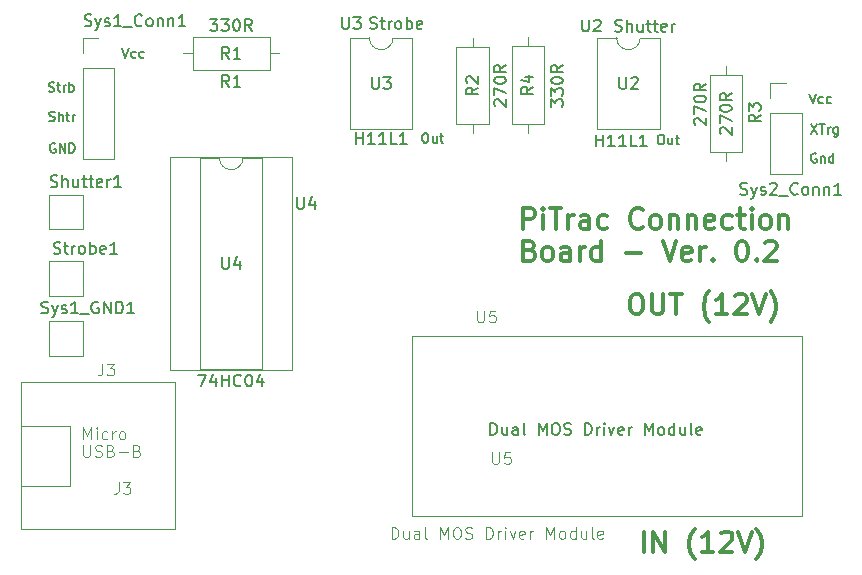
<source format=gbr>
%TF.GenerationSoftware,KiCad,Pcbnew,7.0.10*%
%TF.CreationDate,2024-11-29T16:25:44-07:00*%
%TF.ProjectId,PiTrac Connector Board,50695472-6163-4204-936f-6e6e6563746f,rev?*%
%TF.SameCoordinates,Original*%
%TF.FileFunction,Legend,Top*%
%TF.FilePolarity,Positive*%
%FSLAX46Y46*%
G04 Gerber Fmt 4.6, Leading zero omitted, Abs format (unit mm)*
G04 Created by KiCad (PCBNEW 7.0.10) date 2024-11-29 16:25:44*
%MOMM*%
%LPD*%
G01*
G04 APERTURE LIST*
%ADD10C,0.125000*%
%ADD11C,0.150000*%
%ADD12C,0.300000*%
%ADD13C,0.340000*%
%ADD14C,0.100000*%
%ADD15C,0.200000*%
%ADD16C,0.120000*%
G04 APERTURE END LIST*
D10*
X139320331Y-122368216D02*
X139320331Y-121368216D01*
X139320331Y-121368216D02*
X139558426Y-121368216D01*
X139558426Y-121368216D02*
X139701283Y-121415835D01*
X139701283Y-121415835D02*
X139796521Y-121511073D01*
X139796521Y-121511073D02*
X139844140Y-121606311D01*
X139844140Y-121606311D02*
X139891759Y-121796787D01*
X139891759Y-121796787D02*
X139891759Y-121939644D01*
X139891759Y-121939644D02*
X139844140Y-122130120D01*
X139844140Y-122130120D02*
X139796521Y-122225358D01*
X139796521Y-122225358D02*
X139701283Y-122320597D01*
X139701283Y-122320597D02*
X139558426Y-122368216D01*
X139558426Y-122368216D02*
X139320331Y-122368216D01*
X140748902Y-121701549D02*
X140748902Y-122368216D01*
X140320331Y-121701549D02*
X140320331Y-122225358D01*
X140320331Y-122225358D02*
X140367950Y-122320597D01*
X140367950Y-122320597D02*
X140463188Y-122368216D01*
X140463188Y-122368216D02*
X140606045Y-122368216D01*
X140606045Y-122368216D02*
X140701283Y-122320597D01*
X140701283Y-122320597D02*
X140748902Y-122272977D01*
X141653664Y-122368216D02*
X141653664Y-121844406D01*
X141653664Y-121844406D02*
X141606045Y-121749168D01*
X141606045Y-121749168D02*
X141510807Y-121701549D01*
X141510807Y-121701549D02*
X141320331Y-121701549D01*
X141320331Y-121701549D02*
X141225093Y-121749168D01*
X141653664Y-122320597D02*
X141558426Y-122368216D01*
X141558426Y-122368216D02*
X141320331Y-122368216D01*
X141320331Y-122368216D02*
X141225093Y-122320597D01*
X141225093Y-122320597D02*
X141177474Y-122225358D01*
X141177474Y-122225358D02*
X141177474Y-122130120D01*
X141177474Y-122130120D02*
X141225093Y-122034882D01*
X141225093Y-122034882D02*
X141320331Y-121987263D01*
X141320331Y-121987263D02*
X141558426Y-121987263D01*
X141558426Y-121987263D02*
X141653664Y-121939644D01*
X142272712Y-122368216D02*
X142177474Y-122320597D01*
X142177474Y-122320597D02*
X142129855Y-122225358D01*
X142129855Y-122225358D02*
X142129855Y-121368216D01*
X143415570Y-122368216D02*
X143415570Y-121368216D01*
X143415570Y-121368216D02*
X143748903Y-122082501D01*
X143748903Y-122082501D02*
X144082236Y-121368216D01*
X144082236Y-121368216D02*
X144082236Y-122368216D01*
X144748903Y-121368216D02*
X144939379Y-121368216D01*
X144939379Y-121368216D02*
X145034617Y-121415835D01*
X145034617Y-121415835D02*
X145129855Y-121511073D01*
X145129855Y-121511073D02*
X145177474Y-121701549D01*
X145177474Y-121701549D02*
X145177474Y-122034882D01*
X145177474Y-122034882D02*
X145129855Y-122225358D01*
X145129855Y-122225358D02*
X145034617Y-122320597D01*
X145034617Y-122320597D02*
X144939379Y-122368216D01*
X144939379Y-122368216D02*
X144748903Y-122368216D01*
X144748903Y-122368216D02*
X144653665Y-122320597D01*
X144653665Y-122320597D02*
X144558427Y-122225358D01*
X144558427Y-122225358D02*
X144510808Y-122034882D01*
X144510808Y-122034882D02*
X144510808Y-121701549D01*
X144510808Y-121701549D02*
X144558427Y-121511073D01*
X144558427Y-121511073D02*
X144653665Y-121415835D01*
X144653665Y-121415835D02*
X144748903Y-121368216D01*
X145558427Y-122320597D02*
X145701284Y-122368216D01*
X145701284Y-122368216D02*
X145939379Y-122368216D01*
X145939379Y-122368216D02*
X146034617Y-122320597D01*
X146034617Y-122320597D02*
X146082236Y-122272977D01*
X146082236Y-122272977D02*
X146129855Y-122177739D01*
X146129855Y-122177739D02*
X146129855Y-122082501D01*
X146129855Y-122082501D02*
X146082236Y-121987263D01*
X146082236Y-121987263D02*
X146034617Y-121939644D01*
X146034617Y-121939644D02*
X145939379Y-121892025D01*
X145939379Y-121892025D02*
X145748903Y-121844406D01*
X145748903Y-121844406D02*
X145653665Y-121796787D01*
X145653665Y-121796787D02*
X145606046Y-121749168D01*
X145606046Y-121749168D02*
X145558427Y-121653930D01*
X145558427Y-121653930D02*
X145558427Y-121558692D01*
X145558427Y-121558692D02*
X145606046Y-121463454D01*
X145606046Y-121463454D02*
X145653665Y-121415835D01*
X145653665Y-121415835D02*
X145748903Y-121368216D01*
X145748903Y-121368216D02*
X145986998Y-121368216D01*
X145986998Y-121368216D02*
X146129855Y-121415835D01*
X147320332Y-122368216D02*
X147320332Y-121368216D01*
X147320332Y-121368216D02*
X147558427Y-121368216D01*
X147558427Y-121368216D02*
X147701284Y-121415835D01*
X147701284Y-121415835D02*
X147796522Y-121511073D01*
X147796522Y-121511073D02*
X147844141Y-121606311D01*
X147844141Y-121606311D02*
X147891760Y-121796787D01*
X147891760Y-121796787D02*
X147891760Y-121939644D01*
X147891760Y-121939644D02*
X147844141Y-122130120D01*
X147844141Y-122130120D02*
X147796522Y-122225358D01*
X147796522Y-122225358D02*
X147701284Y-122320597D01*
X147701284Y-122320597D02*
X147558427Y-122368216D01*
X147558427Y-122368216D02*
X147320332Y-122368216D01*
X148320332Y-122368216D02*
X148320332Y-121701549D01*
X148320332Y-121892025D02*
X148367951Y-121796787D01*
X148367951Y-121796787D02*
X148415570Y-121749168D01*
X148415570Y-121749168D02*
X148510808Y-121701549D01*
X148510808Y-121701549D02*
X148606046Y-121701549D01*
X148939380Y-122368216D02*
X148939380Y-121701549D01*
X148939380Y-121368216D02*
X148891761Y-121415835D01*
X148891761Y-121415835D02*
X148939380Y-121463454D01*
X148939380Y-121463454D02*
X148986999Y-121415835D01*
X148986999Y-121415835D02*
X148939380Y-121368216D01*
X148939380Y-121368216D02*
X148939380Y-121463454D01*
X149320332Y-121701549D02*
X149558427Y-122368216D01*
X149558427Y-122368216D02*
X149796522Y-121701549D01*
X150558427Y-122320597D02*
X150463189Y-122368216D01*
X150463189Y-122368216D02*
X150272713Y-122368216D01*
X150272713Y-122368216D02*
X150177475Y-122320597D01*
X150177475Y-122320597D02*
X150129856Y-122225358D01*
X150129856Y-122225358D02*
X150129856Y-121844406D01*
X150129856Y-121844406D02*
X150177475Y-121749168D01*
X150177475Y-121749168D02*
X150272713Y-121701549D01*
X150272713Y-121701549D02*
X150463189Y-121701549D01*
X150463189Y-121701549D02*
X150558427Y-121749168D01*
X150558427Y-121749168D02*
X150606046Y-121844406D01*
X150606046Y-121844406D02*
X150606046Y-121939644D01*
X150606046Y-121939644D02*
X150129856Y-122034882D01*
X151034618Y-122368216D02*
X151034618Y-121701549D01*
X151034618Y-121892025D02*
X151082237Y-121796787D01*
X151082237Y-121796787D02*
X151129856Y-121749168D01*
X151129856Y-121749168D02*
X151225094Y-121701549D01*
X151225094Y-121701549D02*
X151320332Y-121701549D01*
X152415571Y-122368216D02*
X152415571Y-121368216D01*
X152415571Y-121368216D02*
X152748904Y-122082501D01*
X152748904Y-122082501D02*
X153082237Y-121368216D01*
X153082237Y-121368216D02*
X153082237Y-122368216D01*
X153701285Y-122368216D02*
X153606047Y-122320597D01*
X153606047Y-122320597D02*
X153558428Y-122272977D01*
X153558428Y-122272977D02*
X153510809Y-122177739D01*
X153510809Y-122177739D02*
X153510809Y-121892025D01*
X153510809Y-121892025D02*
X153558428Y-121796787D01*
X153558428Y-121796787D02*
X153606047Y-121749168D01*
X153606047Y-121749168D02*
X153701285Y-121701549D01*
X153701285Y-121701549D02*
X153844142Y-121701549D01*
X153844142Y-121701549D02*
X153939380Y-121749168D01*
X153939380Y-121749168D02*
X153986999Y-121796787D01*
X153986999Y-121796787D02*
X154034618Y-121892025D01*
X154034618Y-121892025D02*
X154034618Y-122177739D01*
X154034618Y-122177739D02*
X153986999Y-122272977D01*
X153986999Y-122272977D02*
X153939380Y-122320597D01*
X153939380Y-122320597D02*
X153844142Y-122368216D01*
X153844142Y-122368216D02*
X153701285Y-122368216D01*
X154891761Y-122368216D02*
X154891761Y-121368216D01*
X154891761Y-122320597D02*
X154796523Y-122368216D01*
X154796523Y-122368216D02*
X154606047Y-122368216D01*
X154606047Y-122368216D02*
X154510809Y-122320597D01*
X154510809Y-122320597D02*
X154463190Y-122272977D01*
X154463190Y-122272977D02*
X154415571Y-122177739D01*
X154415571Y-122177739D02*
X154415571Y-121892025D01*
X154415571Y-121892025D02*
X154463190Y-121796787D01*
X154463190Y-121796787D02*
X154510809Y-121749168D01*
X154510809Y-121749168D02*
X154606047Y-121701549D01*
X154606047Y-121701549D02*
X154796523Y-121701549D01*
X154796523Y-121701549D02*
X154891761Y-121749168D01*
X155796523Y-121701549D02*
X155796523Y-122368216D01*
X155367952Y-121701549D02*
X155367952Y-122225358D01*
X155367952Y-122225358D02*
X155415571Y-122320597D01*
X155415571Y-122320597D02*
X155510809Y-122368216D01*
X155510809Y-122368216D02*
X155653666Y-122368216D01*
X155653666Y-122368216D02*
X155748904Y-122320597D01*
X155748904Y-122320597D02*
X155796523Y-122272977D01*
X156415571Y-122368216D02*
X156320333Y-122320597D01*
X156320333Y-122320597D02*
X156272714Y-122225358D01*
X156272714Y-122225358D02*
X156272714Y-121368216D01*
X157177476Y-122320597D02*
X157082238Y-122368216D01*
X157082238Y-122368216D02*
X156891762Y-122368216D01*
X156891762Y-122368216D02*
X156796524Y-122320597D01*
X156796524Y-122320597D02*
X156748905Y-122225358D01*
X156748905Y-122225358D02*
X156748905Y-121844406D01*
X156748905Y-121844406D02*
X156796524Y-121749168D01*
X156796524Y-121749168D02*
X156891762Y-121701549D01*
X156891762Y-121701549D02*
X157082238Y-121701549D01*
X157082238Y-121701549D02*
X157177476Y-121749168D01*
X157177476Y-121749168D02*
X157225095Y-121844406D01*
X157225095Y-121844406D02*
X157225095Y-121939644D01*
X157225095Y-121939644D02*
X156748905Y-122034882D01*
D11*
X175263283Y-89755732D02*
X175187093Y-89717637D01*
X175187093Y-89717637D02*
X175072807Y-89717637D01*
X175072807Y-89717637D02*
X174958521Y-89755732D01*
X174958521Y-89755732D02*
X174882331Y-89831922D01*
X174882331Y-89831922D02*
X174844236Y-89908113D01*
X174844236Y-89908113D02*
X174806140Y-90060494D01*
X174806140Y-90060494D02*
X174806140Y-90174780D01*
X174806140Y-90174780D02*
X174844236Y-90327161D01*
X174844236Y-90327161D02*
X174882331Y-90403351D01*
X174882331Y-90403351D02*
X174958521Y-90479542D01*
X174958521Y-90479542D02*
X175072807Y-90517637D01*
X175072807Y-90517637D02*
X175148998Y-90517637D01*
X175148998Y-90517637D02*
X175263283Y-90479542D01*
X175263283Y-90479542D02*
X175301379Y-90441446D01*
X175301379Y-90441446D02*
X175301379Y-90174780D01*
X175301379Y-90174780D02*
X175148998Y-90174780D01*
X175644236Y-89984303D02*
X175644236Y-90517637D01*
X175644236Y-90060494D02*
X175682331Y-90022399D01*
X175682331Y-90022399D02*
X175758521Y-89984303D01*
X175758521Y-89984303D02*
X175872807Y-89984303D01*
X175872807Y-89984303D02*
X175948998Y-90022399D01*
X175948998Y-90022399D02*
X175987093Y-90098589D01*
X175987093Y-90098589D02*
X175987093Y-90517637D01*
X176710903Y-90517637D02*
X176710903Y-89717637D01*
X176710903Y-90479542D02*
X176634712Y-90517637D01*
X176634712Y-90517637D02*
X176482331Y-90517637D01*
X176482331Y-90517637D02*
X176406141Y-90479542D01*
X176406141Y-90479542D02*
X176368046Y-90441446D01*
X176368046Y-90441446D02*
X176329950Y-90365256D01*
X176329950Y-90365256D02*
X176329950Y-90136684D01*
X176329950Y-90136684D02*
X176368046Y-90060494D01*
X176368046Y-90060494D02*
X176406141Y-90022399D01*
X176406141Y-90022399D02*
X176482331Y-89984303D01*
X176482331Y-89984303D02*
X176634712Y-89984303D01*
X176634712Y-89984303D02*
X176710903Y-90022399D01*
X137485714Y-79147200D02*
X137628571Y-79194819D01*
X137628571Y-79194819D02*
X137866666Y-79194819D01*
X137866666Y-79194819D02*
X137961904Y-79147200D01*
X137961904Y-79147200D02*
X138009523Y-79099580D01*
X138009523Y-79099580D02*
X138057142Y-79004342D01*
X138057142Y-79004342D02*
X138057142Y-78909104D01*
X138057142Y-78909104D02*
X138009523Y-78813866D01*
X138009523Y-78813866D02*
X137961904Y-78766247D01*
X137961904Y-78766247D02*
X137866666Y-78718628D01*
X137866666Y-78718628D02*
X137676190Y-78671009D01*
X137676190Y-78671009D02*
X137580952Y-78623390D01*
X137580952Y-78623390D02*
X137533333Y-78575771D01*
X137533333Y-78575771D02*
X137485714Y-78480533D01*
X137485714Y-78480533D02*
X137485714Y-78385295D01*
X137485714Y-78385295D02*
X137533333Y-78290057D01*
X137533333Y-78290057D02*
X137580952Y-78242438D01*
X137580952Y-78242438D02*
X137676190Y-78194819D01*
X137676190Y-78194819D02*
X137914285Y-78194819D01*
X137914285Y-78194819D02*
X138057142Y-78242438D01*
X138342857Y-78528152D02*
X138723809Y-78528152D01*
X138485714Y-78194819D02*
X138485714Y-79051961D01*
X138485714Y-79051961D02*
X138533333Y-79147200D01*
X138533333Y-79147200D02*
X138628571Y-79194819D01*
X138628571Y-79194819D02*
X138723809Y-79194819D01*
X139057143Y-79194819D02*
X139057143Y-78528152D01*
X139057143Y-78718628D02*
X139104762Y-78623390D01*
X139104762Y-78623390D02*
X139152381Y-78575771D01*
X139152381Y-78575771D02*
X139247619Y-78528152D01*
X139247619Y-78528152D02*
X139342857Y-78528152D01*
X139819048Y-79194819D02*
X139723810Y-79147200D01*
X139723810Y-79147200D02*
X139676191Y-79099580D01*
X139676191Y-79099580D02*
X139628572Y-79004342D01*
X139628572Y-79004342D02*
X139628572Y-78718628D01*
X139628572Y-78718628D02*
X139676191Y-78623390D01*
X139676191Y-78623390D02*
X139723810Y-78575771D01*
X139723810Y-78575771D02*
X139819048Y-78528152D01*
X139819048Y-78528152D02*
X139961905Y-78528152D01*
X139961905Y-78528152D02*
X140057143Y-78575771D01*
X140057143Y-78575771D02*
X140104762Y-78623390D01*
X140104762Y-78623390D02*
X140152381Y-78718628D01*
X140152381Y-78718628D02*
X140152381Y-79004342D01*
X140152381Y-79004342D02*
X140104762Y-79099580D01*
X140104762Y-79099580D02*
X140057143Y-79147200D01*
X140057143Y-79147200D02*
X139961905Y-79194819D01*
X139961905Y-79194819D02*
X139819048Y-79194819D01*
X140580953Y-79194819D02*
X140580953Y-78194819D01*
X140580953Y-78575771D02*
X140676191Y-78528152D01*
X140676191Y-78528152D02*
X140866667Y-78528152D01*
X140866667Y-78528152D02*
X140961905Y-78575771D01*
X140961905Y-78575771D02*
X141009524Y-78623390D01*
X141009524Y-78623390D02*
X141057143Y-78718628D01*
X141057143Y-78718628D02*
X141057143Y-79004342D01*
X141057143Y-79004342D02*
X141009524Y-79099580D01*
X141009524Y-79099580D02*
X140961905Y-79147200D01*
X140961905Y-79147200D02*
X140866667Y-79194819D01*
X140866667Y-79194819D02*
X140676191Y-79194819D01*
X140676191Y-79194819D02*
X140580953Y-79147200D01*
X141866667Y-79147200D02*
X141771429Y-79194819D01*
X141771429Y-79194819D02*
X141580953Y-79194819D01*
X141580953Y-79194819D02*
X141485715Y-79147200D01*
X141485715Y-79147200D02*
X141438096Y-79051961D01*
X141438096Y-79051961D02*
X141438096Y-78671009D01*
X141438096Y-78671009D02*
X141485715Y-78575771D01*
X141485715Y-78575771D02*
X141580953Y-78528152D01*
X141580953Y-78528152D02*
X141771429Y-78528152D01*
X141771429Y-78528152D02*
X141866667Y-78575771D01*
X141866667Y-78575771D02*
X141914286Y-78671009D01*
X141914286Y-78671009D02*
X141914286Y-78766247D01*
X141914286Y-78766247D02*
X141438096Y-78861485D01*
X110324103Y-86961369D02*
X110438389Y-86999464D01*
X110438389Y-86999464D02*
X110628865Y-86999464D01*
X110628865Y-86999464D02*
X110705056Y-86961369D01*
X110705056Y-86961369D02*
X110743151Y-86923273D01*
X110743151Y-86923273D02*
X110781246Y-86847083D01*
X110781246Y-86847083D02*
X110781246Y-86770892D01*
X110781246Y-86770892D02*
X110743151Y-86694702D01*
X110743151Y-86694702D02*
X110705056Y-86656607D01*
X110705056Y-86656607D02*
X110628865Y-86618511D01*
X110628865Y-86618511D02*
X110476484Y-86580416D01*
X110476484Y-86580416D02*
X110400294Y-86542321D01*
X110400294Y-86542321D02*
X110362199Y-86504226D01*
X110362199Y-86504226D02*
X110324103Y-86428035D01*
X110324103Y-86428035D02*
X110324103Y-86351845D01*
X110324103Y-86351845D02*
X110362199Y-86275654D01*
X110362199Y-86275654D02*
X110400294Y-86237559D01*
X110400294Y-86237559D02*
X110476484Y-86199464D01*
X110476484Y-86199464D02*
X110666961Y-86199464D01*
X110666961Y-86199464D02*
X110781246Y-86237559D01*
X111124104Y-86999464D02*
X111124104Y-86199464D01*
X111466961Y-86999464D02*
X111466961Y-86580416D01*
X111466961Y-86580416D02*
X111428866Y-86504226D01*
X111428866Y-86504226D02*
X111352675Y-86466130D01*
X111352675Y-86466130D02*
X111238389Y-86466130D01*
X111238389Y-86466130D02*
X111162199Y-86504226D01*
X111162199Y-86504226D02*
X111124104Y-86542321D01*
X111733628Y-86466130D02*
X112038390Y-86466130D01*
X111847914Y-86199464D02*
X111847914Y-86885178D01*
X111847914Y-86885178D02*
X111886009Y-86961369D01*
X111886009Y-86961369D02*
X111962199Y-86999464D01*
X111962199Y-86999464D02*
X112038390Y-86999464D01*
X112305057Y-86999464D02*
X112305057Y-86466130D01*
X112305057Y-86618511D02*
X112343152Y-86542321D01*
X112343152Y-86542321D02*
X112381247Y-86504226D01*
X112381247Y-86504226D02*
X112457438Y-86466130D01*
X112457438Y-86466130D02*
X112533628Y-86466130D01*
X142095013Y-88035161D02*
X142247394Y-88035161D01*
X142247394Y-88035161D02*
X142323584Y-88073256D01*
X142323584Y-88073256D02*
X142399775Y-88149446D01*
X142399775Y-88149446D02*
X142437870Y-88301827D01*
X142437870Y-88301827D02*
X142437870Y-88568494D01*
X142437870Y-88568494D02*
X142399775Y-88720875D01*
X142399775Y-88720875D02*
X142323584Y-88797066D01*
X142323584Y-88797066D02*
X142247394Y-88835161D01*
X142247394Y-88835161D02*
X142095013Y-88835161D01*
X142095013Y-88835161D02*
X142018822Y-88797066D01*
X142018822Y-88797066D02*
X141942632Y-88720875D01*
X141942632Y-88720875D02*
X141904536Y-88568494D01*
X141904536Y-88568494D02*
X141904536Y-88301827D01*
X141904536Y-88301827D02*
X141942632Y-88149446D01*
X141942632Y-88149446D02*
X142018822Y-88073256D01*
X142018822Y-88073256D02*
X142095013Y-88035161D01*
X143123584Y-88301827D02*
X143123584Y-88835161D01*
X142780727Y-88301827D02*
X142780727Y-88720875D01*
X142780727Y-88720875D02*
X142818822Y-88797066D01*
X142818822Y-88797066D02*
X142895012Y-88835161D01*
X142895012Y-88835161D02*
X143009298Y-88835161D01*
X143009298Y-88835161D02*
X143085489Y-88797066D01*
X143085489Y-88797066D02*
X143123584Y-88758970D01*
X143390251Y-88301827D02*
X143695013Y-88301827D01*
X143504537Y-88035161D02*
X143504537Y-88720875D01*
X143504537Y-88720875D02*
X143542632Y-88797066D01*
X143542632Y-88797066D02*
X143618822Y-88835161D01*
X143618822Y-88835161D02*
X143695013Y-88835161D01*
D12*
X150462129Y-96099353D02*
X150462129Y-94399353D01*
X150462129Y-94399353D02*
X151109748Y-94399353D01*
X151109748Y-94399353D02*
X151271653Y-94480305D01*
X151271653Y-94480305D02*
X151352606Y-94561258D01*
X151352606Y-94561258D02*
X151433558Y-94723162D01*
X151433558Y-94723162D02*
X151433558Y-94966020D01*
X151433558Y-94966020D02*
X151352606Y-95127924D01*
X151352606Y-95127924D02*
X151271653Y-95208877D01*
X151271653Y-95208877D02*
X151109748Y-95289829D01*
X151109748Y-95289829D02*
X150462129Y-95289829D01*
X152162129Y-96099353D02*
X152162129Y-94966020D01*
X152162129Y-94399353D02*
X152081177Y-94480305D01*
X152081177Y-94480305D02*
X152162129Y-94561258D01*
X152162129Y-94561258D02*
X152243082Y-94480305D01*
X152243082Y-94480305D02*
X152162129Y-94399353D01*
X152162129Y-94399353D02*
X152162129Y-94561258D01*
X152728796Y-94399353D02*
X153700225Y-94399353D01*
X153214511Y-96099353D02*
X153214511Y-94399353D01*
X154266891Y-96099353D02*
X154266891Y-94966020D01*
X154266891Y-95289829D02*
X154347844Y-95127924D01*
X154347844Y-95127924D02*
X154428796Y-95046972D01*
X154428796Y-95046972D02*
X154590701Y-94966020D01*
X154590701Y-94966020D02*
X154752606Y-94966020D01*
X156047844Y-96099353D02*
X156047844Y-95208877D01*
X156047844Y-95208877D02*
X155966891Y-95046972D01*
X155966891Y-95046972D02*
X155804987Y-94966020D01*
X155804987Y-94966020D02*
X155481177Y-94966020D01*
X155481177Y-94966020D02*
X155319272Y-95046972D01*
X156047844Y-96018401D02*
X155885939Y-96099353D01*
X155885939Y-96099353D02*
X155481177Y-96099353D01*
X155481177Y-96099353D02*
X155319272Y-96018401D01*
X155319272Y-96018401D02*
X155238320Y-95856496D01*
X155238320Y-95856496D02*
X155238320Y-95694591D01*
X155238320Y-95694591D02*
X155319272Y-95532686D01*
X155319272Y-95532686D02*
X155481177Y-95451734D01*
X155481177Y-95451734D02*
X155885939Y-95451734D01*
X155885939Y-95451734D02*
X156047844Y-95370781D01*
X157585939Y-96018401D02*
X157424034Y-96099353D01*
X157424034Y-96099353D02*
X157100225Y-96099353D01*
X157100225Y-96099353D02*
X156938320Y-96018401D01*
X156938320Y-96018401D02*
X156857367Y-95937448D01*
X156857367Y-95937448D02*
X156776415Y-95775543D01*
X156776415Y-95775543D02*
X156776415Y-95289829D01*
X156776415Y-95289829D02*
X156857367Y-95127924D01*
X156857367Y-95127924D02*
X156938320Y-95046972D01*
X156938320Y-95046972D02*
X157100225Y-94966020D01*
X157100225Y-94966020D02*
X157424034Y-94966020D01*
X157424034Y-94966020D02*
X157585939Y-95046972D01*
X160581177Y-95937448D02*
X160500225Y-96018401D01*
X160500225Y-96018401D02*
X160257367Y-96099353D01*
X160257367Y-96099353D02*
X160095463Y-96099353D01*
X160095463Y-96099353D02*
X159852606Y-96018401D01*
X159852606Y-96018401D02*
X159690701Y-95856496D01*
X159690701Y-95856496D02*
X159609748Y-95694591D01*
X159609748Y-95694591D02*
X159528796Y-95370781D01*
X159528796Y-95370781D02*
X159528796Y-95127924D01*
X159528796Y-95127924D02*
X159609748Y-94804115D01*
X159609748Y-94804115D02*
X159690701Y-94642210D01*
X159690701Y-94642210D02*
X159852606Y-94480305D01*
X159852606Y-94480305D02*
X160095463Y-94399353D01*
X160095463Y-94399353D02*
X160257367Y-94399353D01*
X160257367Y-94399353D02*
X160500225Y-94480305D01*
X160500225Y-94480305D02*
X160581177Y-94561258D01*
X161552606Y-96099353D02*
X161390701Y-96018401D01*
X161390701Y-96018401D02*
X161309748Y-95937448D01*
X161309748Y-95937448D02*
X161228796Y-95775543D01*
X161228796Y-95775543D02*
X161228796Y-95289829D01*
X161228796Y-95289829D02*
X161309748Y-95127924D01*
X161309748Y-95127924D02*
X161390701Y-95046972D01*
X161390701Y-95046972D02*
X161552606Y-94966020D01*
X161552606Y-94966020D02*
X161795463Y-94966020D01*
X161795463Y-94966020D02*
X161957367Y-95046972D01*
X161957367Y-95046972D02*
X162038320Y-95127924D01*
X162038320Y-95127924D02*
X162119272Y-95289829D01*
X162119272Y-95289829D02*
X162119272Y-95775543D01*
X162119272Y-95775543D02*
X162038320Y-95937448D01*
X162038320Y-95937448D02*
X161957367Y-96018401D01*
X161957367Y-96018401D02*
X161795463Y-96099353D01*
X161795463Y-96099353D02*
X161552606Y-96099353D01*
X162847843Y-94966020D02*
X162847843Y-96099353D01*
X162847843Y-95127924D02*
X162928796Y-95046972D01*
X162928796Y-95046972D02*
X163090701Y-94966020D01*
X163090701Y-94966020D02*
X163333558Y-94966020D01*
X163333558Y-94966020D02*
X163495462Y-95046972D01*
X163495462Y-95046972D02*
X163576415Y-95208877D01*
X163576415Y-95208877D02*
X163576415Y-96099353D01*
X164385938Y-94966020D02*
X164385938Y-96099353D01*
X164385938Y-95127924D02*
X164466891Y-95046972D01*
X164466891Y-95046972D02*
X164628796Y-94966020D01*
X164628796Y-94966020D02*
X164871653Y-94966020D01*
X164871653Y-94966020D02*
X165033557Y-95046972D01*
X165033557Y-95046972D02*
X165114510Y-95208877D01*
X165114510Y-95208877D02*
X165114510Y-96099353D01*
X166571652Y-96018401D02*
X166409748Y-96099353D01*
X166409748Y-96099353D02*
X166085938Y-96099353D01*
X166085938Y-96099353D02*
X165924033Y-96018401D01*
X165924033Y-96018401D02*
X165843081Y-95856496D01*
X165843081Y-95856496D02*
X165843081Y-95208877D01*
X165843081Y-95208877D02*
X165924033Y-95046972D01*
X165924033Y-95046972D02*
X166085938Y-94966020D01*
X166085938Y-94966020D02*
X166409748Y-94966020D01*
X166409748Y-94966020D02*
X166571652Y-95046972D01*
X166571652Y-95046972D02*
X166652605Y-95208877D01*
X166652605Y-95208877D02*
X166652605Y-95370781D01*
X166652605Y-95370781D02*
X165843081Y-95532686D01*
X168109748Y-96018401D02*
X167947843Y-96099353D01*
X167947843Y-96099353D02*
X167624034Y-96099353D01*
X167624034Y-96099353D02*
X167462129Y-96018401D01*
X167462129Y-96018401D02*
X167381176Y-95937448D01*
X167381176Y-95937448D02*
X167300224Y-95775543D01*
X167300224Y-95775543D02*
X167300224Y-95289829D01*
X167300224Y-95289829D02*
X167381176Y-95127924D01*
X167381176Y-95127924D02*
X167462129Y-95046972D01*
X167462129Y-95046972D02*
X167624034Y-94966020D01*
X167624034Y-94966020D02*
X167947843Y-94966020D01*
X167947843Y-94966020D02*
X168109748Y-95046972D01*
X168595462Y-94966020D02*
X169243081Y-94966020D01*
X168838319Y-94399353D02*
X168838319Y-95856496D01*
X168838319Y-95856496D02*
X168919272Y-96018401D01*
X168919272Y-96018401D02*
X169081177Y-96099353D01*
X169081177Y-96099353D02*
X169243081Y-96099353D01*
X169809748Y-96099353D02*
X169809748Y-94966020D01*
X169809748Y-94399353D02*
X169728796Y-94480305D01*
X169728796Y-94480305D02*
X169809748Y-94561258D01*
X169809748Y-94561258D02*
X169890701Y-94480305D01*
X169890701Y-94480305D02*
X169809748Y-94399353D01*
X169809748Y-94399353D02*
X169809748Y-94561258D01*
X170862130Y-96099353D02*
X170700225Y-96018401D01*
X170700225Y-96018401D02*
X170619272Y-95937448D01*
X170619272Y-95937448D02*
X170538320Y-95775543D01*
X170538320Y-95775543D02*
X170538320Y-95289829D01*
X170538320Y-95289829D02*
X170619272Y-95127924D01*
X170619272Y-95127924D02*
X170700225Y-95046972D01*
X170700225Y-95046972D02*
X170862130Y-94966020D01*
X170862130Y-94966020D02*
X171104987Y-94966020D01*
X171104987Y-94966020D02*
X171266891Y-95046972D01*
X171266891Y-95046972D02*
X171347844Y-95127924D01*
X171347844Y-95127924D02*
X171428796Y-95289829D01*
X171428796Y-95289829D02*
X171428796Y-95775543D01*
X171428796Y-95775543D02*
X171347844Y-95937448D01*
X171347844Y-95937448D02*
X171266891Y-96018401D01*
X171266891Y-96018401D02*
X171104987Y-96099353D01*
X171104987Y-96099353D02*
X170862130Y-96099353D01*
X172157367Y-94966020D02*
X172157367Y-96099353D01*
X172157367Y-95127924D02*
X172238320Y-95046972D01*
X172238320Y-95046972D02*
X172400225Y-94966020D01*
X172400225Y-94966020D02*
X172643082Y-94966020D01*
X172643082Y-94966020D02*
X172804986Y-95046972D01*
X172804986Y-95046972D02*
X172885939Y-95208877D01*
X172885939Y-95208877D02*
X172885939Y-96099353D01*
X151028796Y-97945877D02*
X151271653Y-98026829D01*
X151271653Y-98026829D02*
X151352606Y-98107781D01*
X151352606Y-98107781D02*
X151433558Y-98269686D01*
X151433558Y-98269686D02*
X151433558Y-98512543D01*
X151433558Y-98512543D02*
X151352606Y-98674448D01*
X151352606Y-98674448D02*
X151271653Y-98755401D01*
X151271653Y-98755401D02*
X151109748Y-98836353D01*
X151109748Y-98836353D02*
X150462129Y-98836353D01*
X150462129Y-98836353D02*
X150462129Y-97136353D01*
X150462129Y-97136353D02*
X151028796Y-97136353D01*
X151028796Y-97136353D02*
X151190701Y-97217305D01*
X151190701Y-97217305D02*
X151271653Y-97298258D01*
X151271653Y-97298258D02*
X151352606Y-97460162D01*
X151352606Y-97460162D02*
X151352606Y-97622067D01*
X151352606Y-97622067D02*
X151271653Y-97783972D01*
X151271653Y-97783972D02*
X151190701Y-97864924D01*
X151190701Y-97864924D02*
X151028796Y-97945877D01*
X151028796Y-97945877D02*
X150462129Y-97945877D01*
X152404987Y-98836353D02*
X152243082Y-98755401D01*
X152243082Y-98755401D02*
X152162129Y-98674448D01*
X152162129Y-98674448D02*
X152081177Y-98512543D01*
X152081177Y-98512543D02*
X152081177Y-98026829D01*
X152081177Y-98026829D02*
X152162129Y-97864924D01*
X152162129Y-97864924D02*
X152243082Y-97783972D01*
X152243082Y-97783972D02*
X152404987Y-97703020D01*
X152404987Y-97703020D02*
X152647844Y-97703020D01*
X152647844Y-97703020D02*
X152809748Y-97783972D01*
X152809748Y-97783972D02*
X152890701Y-97864924D01*
X152890701Y-97864924D02*
X152971653Y-98026829D01*
X152971653Y-98026829D02*
X152971653Y-98512543D01*
X152971653Y-98512543D02*
X152890701Y-98674448D01*
X152890701Y-98674448D02*
X152809748Y-98755401D01*
X152809748Y-98755401D02*
X152647844Y-98836353D01*
X152647844Y-98836353D02*
X152404987Y-98836353D01*
X154428796Y-98836353D02*
X154428796Y-97945877D01*
X154428796Y-97945877D02*
X154347843Y-97783972D01*
X154347843Y-97783972D02*
X154185939Y-97703020D01*
X154185939Y-97703020D02*
X153862129Y-97703020D01*
X153862129Y-97703020D02*
X153700224Y-97783972D01*
X154428796Y-98755401D02*
X154266891Y-98836353D01*
X154266891Y-98836353D02*
X153862129Y-98836353D01*
X153862129Y-98836353D02*
X153700224Y-98755401D01*
X153700224Y-98755401D02*
X153619272Y-98593496D01*
X153619272Y-98593496D02*
X153619272Y-98431591D01*
X153619272Y-98431591D02*
X153700224Y-98269686D01*
X153700224Y-98269686D02*
X153862129Y-98188734D01*
X153862129Y-98188734D02*
X154266891Y-98188734D01*
X154266891Y-98188734D02*
X154428796Y-98107781D01*
X155238319Y-98836353D02*
X155238319Y-97703020D01*
X155238319Y-98026829D02*
X155319272Y-97864924D01*
X155319272Y-97864924D02*
X155400224Y-97783972D01*
X155400224Y-97783972D02*
X155562129Y-97703020D01*
X155562129Y-97703020D02*
X155724034Y-97703020D01*
X157019272Y-98836353D02*
X157019272Y-97136353D01*
X157019272Y-98755401D02*
X156857367Y-98836353D01*
X156857367Y-98836353D02*
X156533558Y-98836353D01*
X156533558Y-98836353D02*
X156371653Y-98755401D01*
X156371653Y-98755401D02*
X156290700Y-98674448D01*
X156290700Y-98674448D02*
X156209748Y-98512543D01*
X156209748Y-98512543D02*
X156209748Y-98026829D01*
X156209748Y-98026829D02*
X156290700Y-97864924D01*
X156290700Y-97864924D02*
X156371653Y-97783972D01*
X156371653Y-97783972D02*
X156533558Y-97703020D01*
X156533558Y-97703020D02*
X156857367Y-97703020D01*
X156857367Y-97703020D02*
X157019272Y-97783972D01*
X159124033Y-98188734D02*
X160419272Y-98188734D01*
X162281176Y-97136353D02*
X162847843Y-98836353D01*
X162847843Y-98836353D02*
X163414510Y-97136353D01*
X164628795Y-98755401D02*
X164466891Y-98836353D01*
X164466891Y-98836353D02*
X164143081Y-98836353D01*
X164143081Y-98836353D02*
X163981176Y-98755401D01*
X163981176Y-98755401D02*
X163900224Y-98593496D01*
X163900224Y-98593496D02*
X163900224Y-97945877D01*
X163900224Y-97945877D02*
X163981176Y-97783972D01*
X163981176Y-97783972D02*
X164143081Y-97703020D01*
X164143081Y-97703020D02*
X164466891Y-97703020D01*
X164466891Y-97703020D02*
X164628795Y-97783972D01*
X164628795Y-97783972D02*
X164709748Y-97945877D01*
X164709748Y-97945877D02*
X164709748Y-98107781D01*
X164709748Y-98107781D02*
X163900224Y-98269686D01*
X165438319Y-98836353D02*
X165438319Y-97703020D01*
X165438319Y-98026829D02*
X165519272Y-97864924D01*
X165519272Y-97864924D02*
X165600224Y-97783972D01*
X165600224Y-97783972D02*
X165762129Y-97703020D01*
X165762129Y-97703020D02*
X165924034Y-97703020D01*
X166490700Y-98674448D02*
X166571653Y-98755401D01*
X166571653Y-98755401D02*
X166490700Y-98836353D01*
X166490700Y-98836353D02*
X166409748Y-98755401D01*
X166409748Y-98755401D02*
X166490700Y-98674448D01*
X166490700Y-98674448D02*
X166490700Y-98836353D01*
X168919272Y-97136353D02*
X169081177Y-97136353D01*
X169081177Y-97136353D02*
X169243081Y-97217305D01*
X169243081Y-97217305D02*
X169324034Y-97298258D01*
X169324034Y-97298258D02*
X169404986Y-97460162D01*
X169404986Y-97460162D02*
X169485939Y-97783972D01*
X169485939Y-97783972D02*
X169485939Y-98188734D01*
X169485939Y-98188734D02*
X169404986Y-98512543D01*
X169404986Y-98512543D02*
X169324034Y-98674448D01*
X169324034Y-98674448D02*
X169243081Y-98755401D01*
X169243081Y-98755401D02*
X169081177Y-98836353D01*
X169081177Y-98836353D02*
X168919272Y-98836353D01*
X168919272Y-98836353D02*
X168757367Y-98755401D01*
X168757367Y-98755401D02*
X168676415Y-98674448D01*
X168676415Y-98674448D02*
X168595462Y-98512543D01*
X168595462Y-98512543D02*
X168514510Y-98188734D01*
X168514510Y-98188734D02*
X168514510Y-97783972D01*
X168514510Y-97783972D02*
X168595462Y-97460162D01*
X168595462Y-97460162D02*
X168676415Y-97298258D01*
X168676415Y-97298258D02*
X168757367Y-97217305D01*
X168757367Y-97217305D02*
X168919272Y-97136353D01*
X170214510Y-98674448D02*
X170295463Y-98755401D01*
X170295463Y-98755401D02*
X170214510Y-98836353D01*
X170214510Y-98836353D02*
X170133558Y-98755401D01*
X170133558Y-98755401D02*
X170214510Y-98674448D01*
X170214510Y-98674448D02*
X170214510Y-98836353D01*
X170943082Y-97298258D02*
X171024034Y-97217305D01*
X171024034Y-97217305D02*
X171185939Y-97136353D01*
X171185939Y-97136353D02*
X171590701Y-97136353D01*
X171590701Y-97136353D02*
X171752606Y-97217305D01*
X171752606Y-97217305D02*
X171833558Y-97298258D01*
X171833558Y-97298258D02*
X171914511Y-97460162D01*
X171914511Y-97460162D02*
X171914511Y-97622067D01*
X171914511Y-97622067D02*
X171833558Y-97864924D01*
X171833558Y-97864924D02*
X170862130Y-98836353D01*
X170862130Y-98836353D02*
X171914511Y-98836353D01*
D11*
X162059583Y-88162324D02*
X162211964Y-88162324D01*
X162211964Y-88162324D02*
X162288154Y-88200419D01*
X162288154Y-88200419D02*
X162364345Y-88276609D01*
X162364345Y-88276609D02*
X162402440Y-88428990D01*
X162402440Y-88428990D02*
X162402440Y-88695657D01*
X162402440Y-88695657D02*
X162364345Y-88848038D01*
X162364345Y-88848038D02*
X162288154Y-88924229D01*
X162288154Y-88924229D02*
X162211964Y-88962324D01*
X162211964Y-88962324D02*
X162059583Y-88962324D01*
X162059583Y-88962324D02*
X161983392Y-88924229D01*
X161983392Y-88924229D02*
X161907202Y-88848038D01*
X161907202Y-88848038D02*
X161869106Y-88695657D01*
X161869106Y-88695657D02*
X161869106Y-88428990D01*
X161869106Y-88428990D02*
X161907202Y-88276609D01*
X161907202Y-88276609D02*
X161983392Y-88200419D01*
X161983392Y-88200419D02*
X162059583Y-88162324D01*
X163088154Y-88428990D02*
X163088154Y-88962324D01*
X162745297Y-88428990D02*
X162745297Y-88848038D01*
X162745297Y-88848038D02*
X162783392Y-88924229D01*
X162783392Y-88924229D02*
X162859582Y-88962324D01*
X162859582Y-88962324D02*
X162973868Y-88962324D01*
X162973868Y-88962324D02*
X163050059Y-88924229D01*
X163050059Y-88924229D02*
X163088154Y-88886133D01*
X163354821Y-88428990D02*
X163659583Y-88428990D01*
X163469107Y-88162324D02*
X163469107Y-88848038D01*
X163469107Y-88848038D02*
X163507202Y-88924229D01*
X163507202Y-88924229D02*
X163583392Y-88962324D01*
X163583392Y-88962324D02*
X163659583Y-88962324D01*
D10*
D11*
X110823635Y-88907979D02*
X110747445Y-88869884D01*
X110747445Y-88869884D02*
X110633159Y-88869884D01*
X110633159Y-88869884D02*
X110518873Y-88907979D01*
X110518873Y-88907979D02*
X110442683Y-88984169D01*
X110442683Y-88984169D02*
X110404588Y-89060360D01*
X110404588Y-89060360D02*
X110366492Y-89212741D01*
X110366492Y-89212741D02*
X110366492Y-89327027D01*
X110366492Y-89327027D02*
X110404588Y-89479408D01*
X110404588Y-89479408D02*
X110442683Y-89555598D01*
X110442683Y-89555598D02*
X110518873Y-89631789D01*
X110518873Y-89631789D02*
X110633159Y-89669884D01*
X110633159Y-89669884D02*
X110709350Y-89669884D01*
X110709350Y-89669884D02*
X110823635Y-89631789D01*
X110823635Y-89631789D02*
X110861731Y-89593693D01*
X110861731Y-89593693D02*
X110861731Y-89327027D01*
X110861731Y-89327027D02*
X110709350Y-89327027D01*
X111204588Y-89669884D02*
X111204588Y-88869884D01*
X111204588Y-88869884D02*
X111661731Y-89669884D01*
X111661731Y-89669884D02*
X111661731Y-88869884D01*
X112042683Y-89669884D02*
X112042683Y-88869884D01*
X112042683Y-88869884D02*
X112233159Y-88869884D01*
X112233159Y-88869884D02*
X112347445Y-88907979D01*
X112347445Y-88907979D02*
X112423635Y-88984169D01*
X112423635Y-88984169D02*
X112461730Y-89060360D01*
X112461730Y-89060360D02*
X112499826Y-89212741D01*
X112499826Y-89212741D02*
X112499826Y-89327027D01*
X112499826Y-89327027D02*
X112461730Y-89479408D01*
X112461730Y-89479408D02*
X112423635Y-89555598D01*
X112423635Y-89555598D02*
X112347445Y-89631789D01*
X112347445Y-89631789D02*
X112233159Y-89669884D01*
X112233159Y-89669884D02*
X112042683Y-89669884D01*
X116511996Y-80854513D02*
X116778663Y-81654513D01*
X116778663Y-81654513D02*
X117045329Y-80854513D01*
X117654853Y-81616418D02*
X117578662Y-81654513D01*
X117578662Y-81654513D02*
X117426281Y-81654513D01*
X117426281Y-81654513D02*
X117350091Y-81616418D01*
X117350091Y-81616418D02*
X117311996Y-81578322D01*
X117311996Y-81578322D02*
X117273900Y-81502132D01*
X117273900Y-81502132D02*
X117273900Y-81273560D01*
X117273900Y-81273560D02*
X117311996Y-81197370D01*
X117311996Y-81197370D02*
X117350091Y-81159275D01*
X117350091Y-81159275D02*
X117426281Y-81121179D01*
X117426281Y-81121179D02*
X117578662Y-81121179D01*
X117578662Y-81121179D02*
X117654853Y-81159275D01*
X118340567Y-81616418D02*
X118264376Y-81654513D01*
X118264376Y-81654513D02*
X118111995Y-81654513D01*
X118111995Y-81654513D02*
X118035805Y-81616418D01*
X118035805Y-81616418D02*
X117997710Y-81578322D01*
X117997710Y-81578322D02*
X117959614Y-81502132D01*
X117959614Y-81502132D02*
X117959614Y-81273560D01*
X117959614Y-81273560D02*
X117997710Y-81197370D01*
X117997710Y-81197370D02*
X118035805Y-81159275D01*
X118035805Y-81159275D02*
X118111995Y-81121179D01*
X118111995Y-81121179D02*
X118264376Y-81121179D01*
X118264376Y-81121179D02*
X118340567Y-81159275D01*
X158229963Y-79372209D02*
X158372820Y-79419828D01*
X158372820Y-79419828D02*
X158610915Y-79419828D01*
X158610915Y-79419828D02*
X158706153Y-79372209D01*
X158706153Y-79372209D02*
X158753772Y-79324589D01*
X158753772Y-79324589D02*
X158801391Y-79229351D01*
X158801391Y-79229351D02*
X158801391Y-79134113D01*
X158801391Y-79134113D02*
X158753772Y-79038875D01*
X158753772Y-79038875D02*
X158706153Y-78991256D01*
X158706153Y-78991256D02*
X158610915Y-78943637D01*
X158610915Y-78943637D02*
X158420439Y-78896018D01*
X158420439Y-78896018D02*
X158325201Y-78848399D01*
X158325201Y-78848399D02*
X158277582Y-78800780D01*
X158277582Y-78800780D02*
X158229963Y-78705542D01*
X158229963Y-78705542D02*
X158229963Y-78610304D01*
X158229963Y-78610304D02*
X158277582Y-78515066D01*
X158277582Y-78515066D02*
X158325201Y-78467447D01*
X158325201Y-78467447D02*
X158420439Y-78419828D01*
X158420439Y-78419828D02*
X158658534Y-78419828D01*
X158658534Y-78419828D02*
X158801391Y-78467447D01*
X159229963Y-79419828D02*
X159229963Y-78419828D01*
X159658534Y-79419828D02*
X159658534Y-78896018D01*
X159658534Y-78896018D02*
X159610915Y-78800780D01*
X159610915Y-78800780D02*
X159515677Y-78753161D01*
X159515677Y-78753161D02*
X159372820Y-78753161D01*
X159372820Y-78753161D02*
X159277582Y-78800780D01*
X159277582Y-78800780D02*
X159229963Y-78848399D01*
X160563296Y-78753161D02*
X160563296Y-79419828D01*
X160134725Y-78753161D02*
X160134725Y-79276970D01*
X160134725Y-79276970D02*
X160182344Y-79372209D01*
X160182344Y-79372209D02*
X160277582Y-79419828D01*
X160277582Y-79419828D02*
X160420439Y-79419828D01*
X160420439Y-79419828D02*
X160515677Y-79372209D01*
X160515677Y-79372209D02*
X160563296Y-79324589D01*
X160896630Y-78753161D02*
X161277582Y-78753161D01*
X161039487Y-78419828D02*
X161039487Y-79276970D01*
X161039487Y-79276970D02*
X161087106Y-79372209D01*
X161087106Y-79372209D02*
X161182344Y-79419828D01*
X161182344Y-79419828D02*
X161277582Y-79419828D01*
X161468059Y-78753161D02*
X161849011Y-78753161D01*
X161610916Y-78419828D02*
X161610916Y-79276970D01*
X161610916Y-79276970D02*
X161658535Y-79372209D01*
X161658535Y-79372209D02*
X161753773Y-79419828D01*
X161753773Y-79419828D02*
X161849011Y-79419828D01*
X162563297Y-79372209D02*
X162468059Y-79419828D01*
X162468059Y-79419828D02*
X162277583Y-79419828D01*
X162277583Y-79419828D02*
X162182345Y-79372209D01*
X162182345Y-79372209D02*
X162134726Y-79276970D01*
X162134726Y-79276970D02*
X162134726Y-78896018D01*
X162134726Y-78896018D02*
X162182345Y-78800780D01*
X162182345Y-78800780D02*
X162277583Y-78753161D01*
X162277583Y-78753161D02*
X162468059Y-78753161D01*
X162468059Y-78753161D02*
X162563297Y-78800780D01*
X162563297Y-78800780D02*
X162610916Y-78896018D01*
X162610916Y-78896018D02*
X162610916Y-78991256D01*
X162610916Y-78991256D02*
X162134726Y-79086494D01*
X163039488Y-79419828D02*
X163039488Y-78753161D01*
X163039488Y-78943637D02*
X163087107Y-78848399D01*
X163087107Y-78848399D02*
X163134726Y-78800780D01*
X163134726Y-78800780D02*
X163229964Y-78753161D01*
X163229964Y-78753161D02*
X163325202Y-78753161D01*
D13*
X160648445Y-123458224D02*
X160648445Y-121758224D01*
X161457969Y-123458224D02*
X161457969Y-121758224D01*
X161457969Y-121758224D02*
X162429398Y-123458224D01*
X162429398Y-123458224D02*
X162429398Y-121758224D01*
X165019874Y-124105843D02*
X164938921Y-124024891D01*
X164938921Y-124024891D02*
X164777017Y-123782033D01*
X164777017Y-123782033D02*
X164696064Y-123620129D01*
X164696064Y-123620129D02*
X164615112Y-123377272D01*
X164615112Y-123377272D02*
X164534159Y-122972510D01*
X164534159Y-122972510D02*
X164534159Y-122648700D01*
X164534159Y-122648700D02*
X164615112Y-122243938D01*
X164615112Y-122243938D02*
X164696064Y-122001081D01*
X164696064Y-122001081D02*
X164777017Y-121839176D01*
X164777017Y-121839176D02*
X164938921Y-121596319D01*
X164938921Y-121596319D02*
X165019874Y-121515367D01*
X166557969Y-123458224D02*
X165586540Y-123458224D01*
X166072254Y-123458224D02*
X166072254Y-121758224D01*
X166072254Y-121758224D02*
X165910350Y-122001081D01*
X165910350Y-122001081D02*
X165748445Y-122162986D01*
X165748445Y-122162986D02*
X165586540Y-122243938D01*
X167205588Y-121920129D02*
X167286540Y-121839176D01*
X167286540Y-121839176D02*
X167448445Y-121758224D01*
X167448445Y-121758224D02*
X167853207Y-121758224D01*
X167853207Y-121758224D02*
X168015112Y-121839176D01*
X168015112Y-121839176D02*
X168096064Y-121920129D01*
X168096064Y-121920129D02*
X168177017Y-122082033D01*
X168177017Y-122082033D02*
X168177017Y-122243938D01*
X168177017Y-122243938D02*
X168096064Y-122486795D01*
X168096064Y-122486795D02*
X167124636Y-123458224D01*
X167124636Y-123458224D02*
X168177017Y-123458224D01*
X168662731Y-121758224D02*
X169229398Y-123458224D01*
X169229398Y-123458224D02*
X169796065Y-121758224D01*
X170200827Y-124105843D02*
X170281779Y-124024891D01*
X170281779Y-124024891D02*
X170443684Y-123782033D01*
X170443684Y-123782033D02*
X170524636Y-123620129D01*
X170524636Y-123620129D02*
X170605589Y-123377272D01*
X170605589Y-123377272D02*
X170686541Y-122972510D01*
X170686541Y-122972510D02*
X170686541Y-122648700D01*
X170686541Y-122648700D02*
X170605589Y-122243938D01*
X170605589Y-122243938D02*
X170524636Y-122001081D01*
X170524636Y-122001081D02*
X170443684Y-121839176D01*
X170443684Y-121839176D02*
X170281779Y-121596319D01*
X170281779Y-121596319D02*
X170200827Y-121515367D01*
D14*
X146558095Y-103049637D02*
X146558095Y-103859160D01*
X146558095Y-103859160D02*
X146605714Y-103954398D01*
X146605714Y-103954398D02*
X146653333Y-104002018D01*
X146653333Y-104002018D02*
X146748571Y-104049637D01*
X146748571Y-104049637D02*
X146939047Y-104049637D01*
X146939047Y-104049637D02*
X147034285Y-104002018D01*
X147034285Y-104002018D02*
X147081904Y-103954398D01*
X147081904Y-103954398D02*
X147129523Y-103859160D01*
X147129523Y-103859160D02*
X147129523Y-103049637D01*
X148081904Y-103049637D02*
X147605714Y-103049637D01*
X147605714Y-103049637D02*
X147558095Y-103525827D01*
X147558095Y-103525827D02*
X147605714Y-103478208D01*
X147605714Y-103478208D02*
X147700952Y-103430589D01*
X147700952Y-103430589D02*
X147939047Y-103430589D01*
X147939047Y-103430589D02*
X148034285Y-103478208D01*
X148034285Y-103478208D02*
X148081904Y-103525827D01*
X148081904Y-103525827D02*
X148129523Y-103621065D01*
X148129523Y-103621065D02*
X148129523Y-103859160D01*
X148129523Y-103859160D02*
X148081904Y-103954398D01*
X148081904Y-103954398D02*
X148034285Y-104002018D01*
X148034285Y-104002018D02*
X147939047Y-104049637D01*
X147939047Y-104049637D02*
X147700952Y-104049637D01*
X147700952Y-104049637D02*
X147605714Y-104002018D01*
X147605714Y-104002018D02*
X147558095Y-103954398D01*
D13*
X159901939Y-101666491D02*
X160225748Y-101666491D01*
X160225748Y-101666491D02*
X160387653Y-101747443D01*
X160387653Y-101747443D02*
X160549558Y-101909348D01*
X160549558Y-101909348D02*
X160630510Y-102233158D01*
X160630510Y-102233158D02*
X160630510Y-102799824D01*
X160630510Y-102799824D02*
X160549558Y-103123634D01*
X160549558Y-103123634D02*
X160387653Y-103285539D01*
X160387653Y-103285539D02*
X160225748Y-103366491D01*
X160225748Y-103366491D02*
X159901939Y-103366491D01*
X159901939Y-103366491D02*
X159740034Y-103285539D01*
X159740034Y-103285539D02*
X159578129Y-103123634D01*
X159578129Y-103123634D02*
X159497177Y-102799824D01*
X159497177Y-102799824D02*
X159497177Y-102233158D01*
X159497177Y-102233158D02*
X159578129Y-101909348D01*
X159578129Y-101909348D02*
X159740034Y-101747443D01*
X159740034Y-101747443D02*
X159901939Y-101666491D01*
X161359081Y-101666491D02*
X161359081Y-103042681D01*
X161359081Y-103042681D02*
X161440034Y-103204586D01*
X161440034Y-103204586D02*
X161520986Y-103285539D01*
X161520986Y-103285539D02*
X161682891Y-103366491D01*
X161682891Y-103366491D02*
X162006700Y-103366491D01*
X162006700Y-103366491D02*
X162168605Y-103285539D01*
X162168605Y-103285539D02*
X162249558Y-103204586D01*
X162249558Y-103204586D02*
X162330510Y-103042681D01*
X162330510Y-103042681D02*
X162330510Y-101666491D01*
X162897176Y-101666491D02*
X163868605Y-101666491D01*
X163382891Y-103366491D02*
X163382891Y-101666491D01*
X166216224Y-104014110D02*
X166135271Y-103933158D01*
X166135271Y-103933158D02*
X165973367Y-103690300D01*
X165973367Y-103690300D02*
X165892414Y-103528396D01*
X165892414Y-103528396D02*
X165811462Y-103285539D01*
X165811462Y-103285539D02*
X165730509Y-102880777D01*
X165730509Y-102880777D02*
X165730509Y-102556967D01*
X165730509Y-102556967D02*
X165811462Y-102152205D01*
X165811462Y-102152205D02*
X165892414Y-101909348D01*
X165892414Y-101909348D02*
X165973367Y-101747443D01*
X165973367Y-101747443D02*
X166135271Y-101504586D01*
X166135271Y-101504586D02*
X166216224Y-101423634D01*
X167754319Y-103366491D02*
X166782890Y-103366491D01*
X167268604Y-103366491D02*
X167268604Y-101666491D01*
X167268604Y-101666491D02*
X167106700Y-101909348D01*
X167106700Y-101909348D02*
X166944795Y-102071253D01*
X166944795Y-102071253D02*
X166782890Y-102152205D01*
X168401938Y-101828396D02*
X168482890Y-101747443D01*
X168482890Y-101747443D02*
X168644795Y-101666491D01*
X168644795Y-101666491D02*
X169049557Y-101666491D01*
X169049557Y-101666491D02*
X169211462Y-101747443D01*
X169211462Y-101747443D02*
X169292414Y-101828396D01*
X169292414Y-101828396D02*
X169373367Y-101990300D01*
X169373367Y-101990300D02*
X169373367Y-102152205D01*
X169373367Y-102152205D02*
X169292414Y-102395062D01*
X169292414Y-102395062D02*
X168320986Y-103366491D01*
X168320986Y-103366491D02*
X169373367Y-103366491D01*
X169859081Y-101666491D02*
X170425748Y-103366491D01*
X170425748Y-103366491D02*
X170992415Y-101666491D01*
X171397177Y-104014110D02*
X171478129Y-103933158D01*
X171478129Y-103933158D02*
X171640034Y-103690300D01*
X171640034Y-103690300D02*
X171720986Y-103528396D01*
X171720986Y-103528396D02*
X171801939Y-103285539D01*
X171801939Y-103285539D02*
X171882891Y-102880777D01*
X171882891Y-102880777D02*
X171882891Y-102556967D01*
X171882891Y-102556967D02*
X171801939Y-102152205D01*
X171801939Y-102152205D02*
X171720986Y-101909348D01*
X171720986Y-101909348D02*
X171640034Y-101747443D01*
X171640034Y-101747443D02*
X171478129Y-101504586D01*
X171478129Y-101504586D02*
X171397177Y-101423634D01*
D11*
X110285784Y-84473528D02*
X110400070Y-84511623D01*
X110400070Y-84511623D02*
X110590546Y-84511623D01*
X110590546Y-84511623D02*
X110666737Y-84473528D01*
X110666737Y-84473528D02*
X110704832Y-84435432D01*
X110704832Y-84435432D02*
X110742927Y-84359242D01*
X110742927Y-84359242D02*
X110742927Y-84283051D01*
X110742927Y-84283051D02*
X110704832Y-84206861D01*
X110704832Y-84206861D02*
X110666737Y-84168766D01*
X110666737Y-84168766D02*
X110590546Y-84130670D01*
X110590546Y-84130670D02*
X110438165Y-84092575D01*
X110438165Y-84092575D02*
X110361975Y-84054480D01*
X110361975Y-84054480D02*
X110323880Y-84016385D01*
X110323880Y-84016385D02*
X110285784Y-83940194D01*
X110285784Y-83940194D02*
X110285784Y-83864004D01*
X110285784Y-83864004D02*
X110323880Y-83787813D01*
X110323880Y-83787813D02*
X110361975Y-83749718D01*
X110361975Y-83749718D02*
X110438165Y-83711623D01*
X110438165Y-83711623D02*
X110628642Y-83711623D01*
X110628642Y-83711623D02*
X110742927Y-83749718D01*
X110971499Y-83978289D02*
X111276261Y-83978289D01*
X111085785Y-83711623D02*
X111085785Y-84397337D01*
X111085785Y-84397337D02*
X111123880Y-84473528D01*
X111123880Y-84473528D02*
X111200070Y-84511623D01*
X111200070Y-84511623D02*
X111276261Y-84511623D01*
X111542928Y-84511623D02*
X111542928Y-83978289D01*
X111542928Y-84130670D02*
X111581023Y-84054480D01*
X111581023Y-84054480D02*
X111619118Y-84016385D01*
X111619118Y-84016385D02*
X111695309Y-83978289D01*
X111695309Y-83978289D02*
X111771499Y-83978289D01*
X112038166Y-84511623D02*
X112038166Y-83711623D01*
X112038166Y-84016385D02*
X112114356Y-83978289D01*
X112114356Y-83978289D02*
X112266737Y-83978289D01*
X112266737Y-83978289D02*
X112342928Y-84016385D01*
X112342928Y-84016385D02*
X112381023Y-84054480D01*
X112381023Y-84054480D02*
X112419118Y-84130670D01*
X112419118Y-84130670D02*
X112419118Y-84359242D01*
X112419118Y-84359242D02*
X112381023Y-84435432D01*
X112381023Y-84435432D02*
X112342928Y-84473528D01*
X112342928Y-84473528D02*
X112266737Y-84511623D01*
X112266737Y-84511623D02*
X112114356Y-84511623D01*
X112114356Y-84511623D02*
X112038166Y-84473528D01*
X174698026Y-84673509D02*
X174964693Y-85473509D01*
X174964693Y-85473509D02*
X175231359Y-84673509D01*
X175840883Y-85435414D02*
X175764692Y-85473509D01*
X175764692Y-85473509D02*
X175612311Y-85473509D01*
X175612311Y-85473509D02*
X175536121Y-85435414D01*
X175536121Y-85435414D02*
X175498026Y-85397318D01*
X175498026Y-85397318D02*
X175459930Y-85321128D01*
X175459930Y-85321128D02*
X175459930Y-85092556D01*
X175459930Y-85092556D02*
X175498026Y-85016366D01*
X175498026Y-85016366D02*
X175536121Y-84978271D01*
X175536121Y-84978271D02*
X175612311Y-84940175D01*
X175612311Y-84940175D02*
X175764692Y-84940175D01*
X175764692Y-84940175D02*
X175840883Y-84978271D01*
X176526597Y-85435414D02*
X176450406Y-85473509D01*
X176450406Y-85473509D02*
X176298025Y-85473509D01*
X176298025Y-85473509D02*
X176221835Y-85435414D01*
X176221835Y-85435414D02*
X176183740Y-85397318D01*
X176183740Y-85397318D02*
X176145644Y-85321128D01*
X176145644Y-85321128D02*
X176145644Y-85092556D01*
X176145644Y-85092556D02*
X176183740Y-85016366D01*
X176183740Y-85016366D02*
X176221835Y-84978271D01*
X176221835Y-84978271D02*
X176298025Y-84940175D01*
X176298025Y-84940175D02*
X176450406Y-84940175D01*
X176450406Y-84940175D02*
X176526597Y-84978271D01*
X165027434Y-87315572D02*
X164979815Y-87267953D01*
X164979815Y-87267953D02*
X164932196Y-87172715D01*
X164932196Y-87172715D02*
X164932196Y-86934620D01*
X164932196Y-86934620D02*
X164979815Y-86839382D01*
X164979815Y-86839382D02*
X165027434Y-86791763D01*
X165027434Y-86791763D02*
X165122672Y-86744144D01*
X165122672Y-86744144D02*
X165217910Y-86744144D01*
X165217910Y-86744144D02*
X165360767Y-86791763D01*
X165360767Y-86791763D02*
X165932196Y-87363191D01*
X165932196Y-87363191D02*
X165932196Y-86744144D01*
X164932196Y-86410810D02*
X164932196Y-85744144D01*
X164932196Y-85744144D02*
X165932196Y-86172715D01*
X164932196Y-85172715D02*
X164932196Y-85077477D01*
X164932196Y-85077477D02*
X164979815Y-84982239D01*
X164979815Y-84982239D02*
X165027434Y-84934620D01*
X165027434Y-84934620D02*
X165122672Y-84887001D01*
X165122672Y-84887001D02*
X165313148Y-84839382D01*
X165313148Y-84839382D02*
X165551243Y-84839382D01*
X165551243Y-84839382D02*
X165741719Y-84887001D01*
X165741719Y-84887001D02*
X165836957Y-84934620D01*
X165836957Y-84934620D02*
X165884577Y-84982239D01*
X165884577Y-84982239D02*
X165932196Y-85077477D01*
X165932196Y-85077477D02*
X165932196Y-85172715D01*
X165932196Y-85172715D02*
X165884577Y-85267953D01*
X165884577Y-85267953D02*
X165836957Y-85315572D01*
X165836957Y-85315572D02*
X165741719Y-85363191D01*
X165741719Y-85363191D02*
X165551243Y-85410810D01*
X165551243Y-85410810D02*
X165313148Y-85410810D01*
X165313148Y-85410810D02*
X165122672Y-85363191D01*
X165122672Y-85363191D02*
X165027434Y-85315572D01*
X165027434Y-85315572D02*
X164979815Y-85267953D01*
X164979815Y-85267953D02*
X164932196Y-85172715D01*
X165932196Y-83839382D02*
X165456005Y-84172715D01*
X165932196Y-84410810D02*
X164932196Y-84410810D01*
X164932196Y-84410810D02*
X164932196Y-84029858D01*
X164932196Y-84029858D02*
X164979815Y-83934620D01*
X164979815Y-83934620D02*
X165027434Y-83887001D01*
X165027434Y-83887001D02*
X165122672Y-83839382D01*
X165122672Y-83839382D02*
X165265529Y-83839382D01*
X165265529Y-83839382D02*
X165360767Y-83887001D01*
X165360767Y-83887001D02*
X165408386Y-83934620D01*
X165408386Y-83934620D02*
X165456005Y-84029858D01*
X165456005Y-84029858D02*
X165456005Y-84410810D01*
X174808555Y-87259154D02*
X175341889Y-88059154D01*
X175341889Y-87259154D02*
X174808555Y-88059154D01*
X175532365Y-87259154D02*
X175989508Y-87259154D01*
X175760936Y-88059154D02*
X175760936Y-87259154D01*
X176256175Y-88059154D02*
X176256175Y-87525820D01*
X176256175Y-87678201D02*
X176294270Y-87602011D01*
X176294270Y-87602011D02*
X176332365Y-87563916D01*
X176332365Y-87563916D02*
X176408556Y-87525820D01*
X176408556Y-87525820D02*
X176484746Y-87525820D01*
X177094270Y-87525820D02*
X177094270Y-88173439D01*
X177094270Y-88173439D02*
X177056175Y-88249630D01*
X177056175Y-88249630D02*
X177018079Y-88287725D01*
X177018079Y-88287725D02*
X176941889Y-88325820D01*
X176941889Y-88325820D02*
X176827603Y-88325820D01*
X176827603Y-88325820D02*
X176751413Y-88287725D01*
X177094270Y-88021059D02*
X177018079Y-88059154D01*
X177018079Y-88059154D02*
X176865698Y-88059154D01*
X176865698Y-88059154D02*
X176789508Y-88021059D01*
X176789508Y-88021059D02*
X176751413Y-87982963D01*
X176751413Y-87982963D02*
X176713317Y-87906773D01*
X176713317Y-87906773D02*
X176713317Y-87678201D01*
X176713317Y-87678201D02*
X176751413Y-87602011D01*
X176751413Y-87602011D02*
X176789508Y-87563916D01*
X176789508Y-87563916D02*
X176865698Y-87525820D01*
X176865698Y-87525820D02*
X177018079Y-87525820D01*
X177018079Y-87525820D02*
X177094270Y-87563916D01*
D14*
X114829936Y-107542725D02*
X114829936Y-108257010D01*
X114829936Y-108257010D02*
X114782317Y-108399867D01*
X114782317Y-108399867D02*
X114687079Y-108495106D01*
X114687079Y-108495106D02*
X114544222Y-108542725D01*
X114544222Y-108542725D02*
X114448984Y-108542725D01*
X115210889Y-107542725D02*
X115829936Y-107542725D01*
X115829936Y-107542725D02*
X115496603Y-107923677D01*
X115496603Y-107923677D02*
X115639460Y-107923677D01*
X115639460Y-107923677D02*
X115734698Y-107971296D01*
X115734698Y-107971296D02*
X115782317Y-108018915D01*
X115782317Y-108018915D02*
X115829936Y-108114153D01*
X115829936Y-108114153D02*
X115829936Y-108352248D01*
X115829936Y-108352248D02*
X115782317Y-108447486D01*
X115782317Y-108447486D02*
X115734698Y-108495106D01*
X115734698Y-108495106D02*
X115639460Y-108542725D01*
X115639460Y-108542725D02*
X115353746Y-108542725D01*
X115353746Y-108542725D02*
X115258508Y-108495106D01*
X115258508Y-108495106D02*
X115210889Y-108447486D01*
D11*
X155448095Y-78404819D02*
X155448095Y-79214342D01*
X155448095Y-79214342D02*
X155495714Y-79309580D01*
X155495714Y-79309580D02*
X155543333Y-79357200D01*
X155543333Y-79357200D02*
X155638571Y-79404819D01*
X155638571Y-79404819D02*
X155829047Y-79404819D01*
X155829047Y-79404819D02*
X155924285Y-79357200D01*
X155924285Y-79357200D02*
X155971904Y-79309580D01*
X155971904Y-79309580D02*
X156019523Y-79214342D01*
X156019523Y-79214342D02*
X156019523Y-78404819D01*
X156448095Y-78500057D02*
X156495714Y-78452438D01*
X156495714Y-78452438D02*
X156590952Y-78404819D01*
X156590952Y-78404819D02*
X156829047Y-78404819D01*
X156829047Y-78404819D02*
X156924285Y-78452438D01*
X156924285Y-78452438D02*
X156971904Y-78500057D01*
X156971904Y-78500057D02*
X157019523Y-78595295D01*
X157019523Y-78595295D02*
X157019523Y-78690533D01*
X157019523Y-78690533D02*
X156971904Y-78833390D01*
X156971904Y-78833390D02*
X156400476Y-79404819D01*
X156400476Y-79404819D02*
X157019523Y-79404819D01*
X156630952Y-89144819D02*
X156630952Y-88144819D01*
X156630952Y-88621009D02*
X157202380Y-88621009D01*
X157202380Y-89144819D02*
X157202380Y-88144819D01*
X158202380Y-89144819D02*
X157630952Y-89144819D01*
X157916666Y-89144819D02*
X157916666Y-88144819D01*
X157916666Y-88144819D02*
X157821428Y-88287676D01*
X157821428Y-88287676D02*
X157726190Y-88382914D01*
X157726190Y-88382914D02*
X157630952Y-88430533D01*
X159154761Y-89144819D02*
X158583333Y-89144819D01*
X158869047Y-89144819D02*
X158869047Y-88144819D01*
X158869047Y-88144819D02*
X158773809Y-88287676D01*
X158773809Y-88287676D02*
X158678571Y-88382914D01*
X158678571Y-88382914D02*
X158583333Y-88430533D01*
X160059523Y-89144819D02*
X159583333Y-89144819D01*
X159583333Y-89144819D02*
X159583333Y-88144819D01*
X160916666Y-89144819D02*
X160345238Y-89144819D01*
X160630952Y-89144819D02*
X160630952Y-88144819D01*
X160630952Y-88144819D02*
X160535714Y-88287676D01*
X160535714Y-88287676D02*
X160440476Y-88382914D01*
X160440476Y-88382914D02*
X160345238Y-88430533D01*
X158599495Y-83274819D02*
X158599495Y-84084342D01*
X158599495Y-84084342D02*
X158647114Y-84179580D01*
X158647114Y-84179580D02*
X158694733Y-84227200D01*
X158694733Y-84227200D02*
X158789971Y-84274819D01*
X158789971Y-84274819D02*
X158980447Y-84274819D01*
X158980447Y-84274819D02*
X159075685Y-84227200D01*
X159075685Y-84227200D02*
X159123304Y-84179580D01*
X159123304Y-84179580D02*
X159170923Y-84084342D01*
X159170923Y-84084342D02*
X159170923Y-83274819D01*
X159599495Y-83370057D02*
X159647114Y-83322438D01*
X159647114Y-83322438D02*
X159742352Y-83274819D01*
X159742352Y-83274819D02*
X159980447Y-83274819D01*
X159980447Y-83274819D02*
X160075685Y-83322438D01*
X160075685Y-83322438D02*
X160123304Y-83370057D01*
X160123304Y-83370057D02*
X160170923Y-83465295D01*
X160170923Y-83465295D02*
X160170923Y-83560533D01*
X160170923Y-83560533D02*
X160123304Y-83703390D01*
X160123304Y-83703390D02*
X159551876Y-84274819D01*
X159551876Y-84274819D02*
X160170923Y-84274819D01*
X168845244Y-93190574D02*
X168988101Y-93238193D01*
X168988101Y-93238193D02*
X169226196Y-93238193D01*
X169226196Y-93238193D02*
X169321434Y-93190574D01*
X169321434Y-93190574D02*
X169369053Y-93142954D01*
X169369053Y-93142954D02*
X169416672Y-93047716D01*
X169416672Y-93047716D02*
X169416672Y-92952478D01*
X169416672Y-92952478D02*
X169369053Y-92857240D01*
X169369053Y-92857240D02*
X169321434Y-92809621D01*
X169321434Y-92809621D02*
X169226196Y-92762002D01*
X169226196Y-92762002D02*
X169035720Y-92714383D01*
X169035720Y-92714383D02*
X168940482Y-92666764D01*
X168940482Y-92666764D02*
X168892863Y-92619145D01*
X168892863Y-92619145D02*
X168845244Y-92523907D01*
X168845244Y-92523907D02*
X168845244Y-92428669D01*
X168845244Y-92428669D02*
X168892863Y-92333431D01*
X168892863Y-92333431D02*
X168940482Y-92285812D01*
X168940482Y-92285812D02*
X169035720Y-92238193D01*
X169035720Y-92238193D02*
X169273815Y-92238193D01*
X169273815Y-92238193D02*
X169416672Y-92285812D01*
X169750006Y-92571526D02*
X169988101Y-93238193D01*
X170226196Y-92571526D02*
X169988101Y-93238193D01*
X169988101Y-93238193D02*
X169892863Y-93476288D01*
X169892863Y-93476288D02*
X169845244Y-93523907D01*
X169845244Y-93523907D02*
X169750006Y-93571526D01*
X170559530Y-93190574D02*
X170654768Y-93238193D01*
X170654768Y-93238193D02*
X170845244Y-93238193D01*
X170845244Y-93238193D02*
X170940482Y-93190574D01*
X170940482Y-93190574D02*
X170988101Y-93095335D01*
X170988101Y-93095335D02*
X170988101Y-93047716D01*
X170988101Y-93047716D02*
X170940482Y-92952478D01*
X170940482Y-92952478D02*
X170845244Y-92904859D01*
X170845244Y-92904859D02*
X170702387Y-92904859D01*
X170702387Y-92904859D02*
X170607149Y-92857240D01*
X170607149Y-92857240D02*
X170559530Y-92762002D01*
X170559530Y-92762002D02*
X170559530Y-92714383D01*
X170559530Y-92714383D02*
X170607149Y-92619145D01*
X170607149Y-92619145D02*
X170702387Y-92571526D01*
X170702387Y-92571526D02*
X170845244Y-92571526D01*
X170845244Y-92571526D02*
X170940482Y-92619145D01*
X171369054Y-92333431D02*
X171416673Y-92285812D01*
X171416673Y-92285812D02*
X171511911Y-92238193D01*
X171511911Y-92238193D02*
X171750006Y-92238193D01*
X171750006Y-92238193D02*
X171845244Y-92285812D01*
X171845244Y-92285812D02*
X171892863Y-92333431D01*
X171892863Y-92333431D02*
X171940482Y-92428669D01*
X171940482Y-92428669D02*
X171940482Y-92523907D01*
X171940482Y-92523907D02*
X171892863Y-92666764D01*
X171892863Y-92666764D02*
X171321435Y-93238193D01*
X171321435Y-93238193D02*
X171940482Y-93238193D01*
X172130959Y-93333431D02*
X172892863Y-93333431D01*
X173702387Y-93142954D02*
X173654768Y-93190574D01*
X173654768Y-93190574D02*
X173511911Y-93238193D01*
X173511911Y-93238193D02*
X173416673Y-93238193D01*
X173416673Y-93238193D02*
X173273816Y-93190574D01*
X173273816Y-93190574D02*
X173178578Y-93095335D01*
X173178578Y-93095335D02*
X173130959Y-93000097D01*
X173130959Y-93000097D02*
X173083340Y-92809621D01*
X173083340Y-92809621D02*
X173083340Y-92666764D01*
X173083340Y-92666764D02*
X173130959Y-92476288D01*
X173130959Y-92476288D02*
X173178578Y-92381050D01*
X173178578Y-92381050D02*
X173273816Y-92285812D01*
X173273816Y-92285812D02*
X173416673Y-92238193D01*
X173416673Y-92238193D02*
X173511911Y-92238193D01*
X173511911Y-92238193D02*
X173654768Y-92285812D01*
X173654768Y-92285812D02*
X173702387Y-92333431D01*
X174273816Y-93238193D02*
X174178578Y-93190574D01*
X174178578Y-93190574D02*
X174130959Y-93142954D01*
X174130959Y-93142954D02*
X174083340Y-93047716D01*
X174083340Y-93047716D02*
X174083340Y-92762002D01*
X174083340Y-92762002D02*
X174130959Y-92666764D01*
X174130959Y-92666764D02*
X174178578Y-92619145D01*
X174178578Y-92619145D02*
X174273816Y-92571526D01*
X174273816Y-92571526D02*
X174416673Y-92571526D01*
X174416673Y-92571526D02*
X174511911Y-92619145D01*
X174511911Y-92619145D02*
X174559530Y-92666764D01*
X174559530Y-92666764D02*
X174607149Y-92762002D01*
X174607149Y-92762002D02*
X174607149Y-93047716D01*
X174607149Y-93047716D02*
X174559530Y-93142954D01*
X174559530Y-93142954D02*
X174511911Y-93190574D01*
X174511911Y-93190574D02*
X174416673Y-93238193D01*
X174416673Y-93238193D02*
X174273816Y-93238193D01*
X175035721Y-92571526D02*
X175035721Y-93238193D01*
X175035721Y-92666764D02*
X175083340Y-92619145D01*
X175083340Y-92619145D02*
X175178578Y-92571526D01*
X175178578Y-92571526D02*
X175321435Y-92571526D01*
X175321435Y-92571526D02*
X175416673Y-92619145D01*
X175416673Y-92619145D02*
X175464292Y-92714383D01*
X175464292Y-92714383D02*
X175464292Y-93238193D01*
X175940483Y-92571526D02*
X175940483Y-93238193D01*
X175940483Y-92666764D02*
X175988102Y-92619145D01*
X175988102Y-92619145D02*
X176083340Y-92571526D01*
X176083340Y-92571526D02*
X176226197Y-92571526D01*
X176226197Y-92571526D02*
X176321435Y-92619145D01*
X176321435Y-92619145D02*
X176369054Y-92714383D01*
X176369054Y-92714383D02*
X176369054Y-93238193D01*
X177369054Y-93238193D02*
X176797626Y-93238193D01*
X177083340Y-93238193D02*
X177083340Y-92238193D01*
X177083340Y-92238193D02*
X176988102Y-92381050D01*
X176988102Y-92381050D02*
X176892864Y-92476288D01*
X176892864Y-92476288D02*
X176797626Y-92523907D01*
X113322745Y-78925721D02*
X113465602Y-78973340D01*
X113465602Y-78973340D02*
X113703697Y-78973340D01*
X113703697Y-78973340D02*
X113798935Y-78925721D01*
X113798935Y-78925721D02*
X113846554Y-78878101D01*
X113846554Y-78878101D02*
X113894173Y-78782863D01*
X113894173Y-78782863D02*
X113894173Y-78687625D01*
X113894173Y-78687625D02*
X113846554Y-78592387D01*
X113846554Y-78592387D02*
X113798935Y-78544768D01*
X113798935Y-78544768D02*
X113703697Y-78497149D01*
X113703697Y-78497149D02*
X113513221Y-78449530D01*
X113513221Y-78449530D02*
X113417983Y-78401911D01*
X113417983Y-78401911D02*
X113370364Y-78354292D01*
X113370364Y-78354292D02*
X113322745Y-78259054D01*
X113322745Y-78259054D02*
X113322745Y-78163816D01*
X113322745Y-78163816D02*
X113370364Y-78068578D01*
X113370364Y-78068578D02*
X113417983Y-78020959D01*
X113417983Y-78020959D02*
X113513221Y-77973340D01*
X113513221Y-77973340D02*
X113751316Y-77973340D01*
X113751316Y-77973340D02*
X113894173Y-78020959D01*
X114227507Y-78306673D02*
X114465602Y-78973340D01*
X114703697Y-78306673D02*
X114465602Y-78973340D01*
X114465602Y-78973340D02*
X114370364Y-79211435D01*
X114370364Y-79211435D02*
X114322745Y-79259054D01*
X114322745Y-79259054D02*
X114227507Y-79306673D01*
X115037031Y-78925721D02*
X115132269Y-78973340D01*
X115132269Y-78973340D02*
X115322745Y-78973340D01*
X115322745Y-78973340D02*
X115417983Y-78925721D01*
X115417983Y-78925721D02*
X115465602Y-78830482D01*
X115465602Y-78830482D02*
X115465602Y-78782863D01*
X115465602Y-78782863D02*
X115417983Y-78687625D01*
X115417983Y-78687625D02*
X115322745Y-78640006D01*
X115322745Y-78640006D02*
X115179888Y-78640006D01*
X115179888Y-78640006D02*
X115084650Y-78592387D01*
X115084650Y-78592387D02*
X115037031Y-78497149D01*
X115037031Y-78497149D02*
X115037031Y-78449530D01*
X115037031Y-78449530D02*
X115084650Y-78354292D01*
X115084650Y-78354292D02*
X115179888Y-78306673D01*
X115179888Y-78306673D02*
X115322745Y-78306673D01*
X115322745Y-78306673D02*
X115417983Y-78354292D01*
X116417983Y-78973340D02*
X115846555Y-78973340D01*
X116132269Y-78973340D02*
X116132269Y-77973340D01*
X116132269Y-77973340D02*
X116037031Y-78116197D01*
X116037031Y-78116197D02*
X115941793Y-78211435D01*
X115941793Y-78211435D02*
X115846555Y-78259054D01*
X116608460Y-79068578D02*
X117370364Y-79068578D01*
X118179888Y-78878101D02*
X118132269Y-78925721D01*
X118132269Y-78925721D02*
X117989412Y-78973340D01*
X117989412Y-78973340D02*
X117894174Y-78973340D01*
X117894174Y-78973340D02*
X117751317Y-78925721D01*
X117751317Y-78925721D02*
X117656079Y-78830482D01*
X117656079Y-78830482D02*
X117608460Y-78735244D01*
X117608460Y-78735244D02*
X117560841Y-78544768D01*
X117560841Y-78544768D02*
X117560841Y-78401911D01*
X117560841Y-78401911D02*
X117608460Y-78211435D01*
X117608460Y-78211435D02*
X117656079Y-78116197D01*
X117656079Y-78116197D02*
X117751317Y-78020959D01*
X117751317Y-78020959D02*
X117894174Y-77973340D01*
X117894174Y-77973340D02*
X117989412Y-77973340D01*
X117989412Y-77973340D02*
X118132269Y-78020959D01*
X118132269Y-78020959D02*
X118179888Y-78068578D01*
X118751317Y-78973340D02*
X118656079Y-78925721D01*
X118656079Y-78925721D02*
X118608460Y-78878101D01*
X118608460Y-78878101D02*
X118560841Y-78782863D01*
X118560841Y-78782863D02*
X118560841Y-78497149D01*
X118560841Y-78497149D02*
X118608460Y-78401911D01*
X118608460Y-78401911D02*
X118656079Y-78354292D01*
X118656079Y-78354292D02*
X118751317Y-78306673D01*
X118751317Y-78306673D02*
X118894174Y-78306673D01*
X118894174Y-78306673D02*
X118989412Y-78354292D01*
X118989412Y-78354292D02*
X119037031Y-78401911D01*
X119037031Y-78401911D02*
X119084650Y-78497149D01*
X119084650Y-78497149D02*
X119084650Y-78782863D01*
X119084650Y-78782863D02*
X119037031Y-78878101D01*
X119037031Y-78878101D02*
X118989412Y-78925721D01*
X118989412Y-78925721D02*
X118894174Y-78973340D01*
X118894174Y-78973340D02*
X118751317Y-78973340D01*
X119513222Y-78306673D02*
X119513222Y-78973340D01*
X119513222Y-78401911D02*
X119560841Y-78354292D01*
X119560841Y-78354292D02*
X119656079Y-78306673D01*
X119656079Y-78306673D02*
X119798936Y-78306673D01*
X119798936Y-78306673D02*
X119894174Y-78354292D01*
X119894174Y-78354292D02*
X119941793Y-78449530D01*
X119941793Y-78449530D02*
X119941793Y-78973340D01*
X120417984Y-78306673D02*
X120417984Y-78973340D01*
X120417984Y-78401911D02*
X120465603Y-78354292D01*
X120465603Y-78354292D02*
X120560841Y-78306673D01*
X120560841Y-78306673D02*
X120703698Y-78306673D01*
X120703698Y-78306673D02*
X120798936Y-78354292D01*
X120798936Y-78354292D02*
X120846555Y-78449530D01*
X120846555Y-78449530D02*
X120846555Y-78973340D01*
X121846555Y-78973340D02*
X121275127Y-78973340D01*
X121560841Y-78973340D02*
X121560841Y-77973340D01*
X121560841Y-77973340D02*
X121465603Y-78116197D01*
X121465603Y-78116197D02*
X121370365Y-78211435D01*
X121370365Y-78211435D02*
X121275127Y-78259054D01*
D14*
X147828095Y-115027419D02*
X147828095Y-115836942D01*
X147828095Y-115836942D02*
X147875714Y-115932180D01*
X147875714Y-115932180D02*
X147923333Y-115979800D01*
X147923333Y-115979800D02*
X148018571Y-116027419D01*
X148018571Y-116027419D02*
X148209047Y-116027419D01*
X148209047Y-116027419D02*
X148304285Y-115979800D01*
X148304285Y-115979800D02*
X148351904Y-115932180D01*
X148351904Y-115932180D02*
X148399523Y-115836942D01*
X148399523Y-115836942D02*
X148399523Y-115027419D01*
X149351904Y-115027419D02*
X148875714Y-115027419D01*
X148875714Y-115027419D02*
X148828095Y-115503609D01*
X148828095Y-115503609D02*
X148875714Y-115455990D01*
X148875714Y-115455990D02*
X148970952Y-115408371D01*
X148970952Y-115408371D02*
X149209047Y-115408371D01*
X149209047Y-115408371D02*
X149304285Y-115455990D01*
X149304285Y-115455990D02*
X149351904Y-115503609D01*
X149351904Y-115503609D02*
X149399523Y-115598847D01*
X149399523Y-115598847D02*
X149399523Y-115836942D01*
X149399523Y-115836942D02*
X149351904Y-115932180D01*
X149351904Y-115932180D02*
X149304285Y-115979800D01*
X149304285Y-115979800D02*
X149209047Y-116027419D01*
X149209047Y-116027419D02*
X148970952Y-116027419D01*
X148970952Y-116027419D02*
X148875714Y-115979800D01*
X148875714Y-115979800D02*
X148828095Y-115932180D01*
D15*
X147689673Y-113569394D02*
X147689673Y-112569394D01*
X147689673Y-112569394D02*
X147927768Y-112569394D01*
X147927768Y-112569394D02*
X148070625Y-112617013D01*
X148070625Y-112617013D02*
X148165863Y-112712251D01*
X148165863Y-112712251D02*
X148213482Y-112807489D01*
X148213482Y-112807489D02*
X148261101Y-112997965D01*
X148261101Y-112997965D02*
X148261101Y-113140822D01*
X148261101Y-113140822D02*
X148213482Y-113331298D01*
X148213482Y-113331298D02*
X148165863Y-113426536D01*
X148165863Y-113426536D02*
X148070625Y-113521775D01*
X148070625Y-113521775D02*
X147927768Y-113569394D01*
X147927768Y-113569394D02*
X147689673Y-113569394D01*
X149118244Y-112902727D02*
X149118244Y-113569394D01*
X148689673Y-112902727D02*
X148689673Y-113426536D01*
X148689673Y-113426536D02*
X148737292Y-113521775D01*
X148737292Y-113521775D02*
X148832530Y-113569394D01*
X148832530Y-113569394D02*
X148975387Y-113569394D01*
X148975387Y-113569394D02*
X149070625Y-113521775D01*
X149070625Y-113521775D02*
X149118244Y-113474155D01*
X150023006Y-113569394D02*
X150023006Y-113045584D01*
X150023006Y-113045584D02*
X149975387Y-112950346D01*
X149975387Y-112950346D02*
X149880149Y-112902727D01*
X149880149Y-112902727D02*
X149689673Y-112902727D01*
X149689673Y-112902727D02*
X149594435Y-112950346D01*
X150023006Y-113521775D02*
X149927768Y-113569394D01*
X149927768Y-113569394D02*
X149689673Y-113569394D01*
X149689673Y-113569394D02*
X149594435Y-113521775D01*
X149594435Y-113521775D02*
X149546816Y-113426536D01*
X149546816Y-113426536D02*
X149546816Y-113331298D01*
X149546816Y-113331298D02*
X149594435Y-113236060D01*
X149594435Y-113236060D02*
X149689673Y-113188441D01*
X149689673Y-113188441D02*
X149927768Y-113188441D01*
X149927768Y-113188441D02*
X150023006Y-113140822D01*
X150642054Y-113569394D02*
X150546816Y-113521775D01*
X150546816Y-113521775D02*
X150499197Y-113426536D01*
X150499197Y-113426536D02*
X150499197Y-112569394D01*
X151784912Y-113569394D02*
X151784912Y-112569394D01*
X151784912Y-112569394D02*
X152118245Y-113283679D01*
X152118245Y-113283679D02*
X152451578Y-112569394D01*
X152451578Y-112569394D02*
X152451578Y-113569394D01*
X153118245Y-112569394D02*
X153308721Y-112569394D01*
X153308721Y-112569394D02*
X153403959Y-112617013D01*
X153403959Y-112617013D02*
X153499197Y-112712251D01*
X153499197Y-112712251D02*
X153546816Y-112902727D01*
X153546816Y-112902727D02*
X153546816Y-113236060D01*
X153546816Y-113236060D02*
X153499197Y-113426536D01*
X153499197Y-113426536D02*
X153403959Y-113521775D01*
X153403959Y-113521775D02*
X153308721Y-113569394D01*
X153308721Y-113569394D02*
X153118245Y-113569394D01*
X153118245Y-113569394D02*
X153023007Y-113521775D01*
X153023007Y-113521775D02*
X152927769Y-113426536D01*
X152927769Y-113426536D02*
X152880150Y-113236060D01*
X152880150Y-113236060D02*
X152880150Y-112902727D01*
X152880150Y-112902727D02*
X152927769Y-112712251D01*
X152927769Y-112712251D02*
X153023007Y-112617013D01*
X153023007Y-112617013D02*
X153118245Y-112569394D01*
X153927769Y-113521775D02*
X154070626Y-113569394D01*
X154070626Y-113569394D02*
X154308721Y-113569394D01*
X154308721Y-113569394D02*
X154403959Y-113521775D01*
X154403959Y-113521775D02*
X154451578Y-113474155D01*
X154451578Y-113474155D02*
X154499197Y-113378917D01*
X154499197Y-113378917D02*
X154499197Y-113283679D01*
X154499197Y-113283679D02*
X154451578Y-113188441D01*
X154451578Y-113188441D02*
X154403959Y-113140822D01*
X154403959Y-113140822D02*
X154308721Y-113093203D01*
X154308721Y-113093203D02*
X154118245Y-113045584D01*
X154118245Y-113045584D02*
X154023007Y-112997965D01*
X154023007Y-112997965D02*
X153975388Y-112950346D01*
X153975388Y-112950346D02*
X153927769Y-112855108D01*
X153927769Y-112855108D02*
X153927769Y-112759870D01*
X153927769Y-112759870D02*
X153975388Y-112664632D01*
X153975388Y-112664632D02*
X154023007Y-112617013D01*
X154023007Y-112617013D02*
X154118245Y-112569394D01*
X154118245Y-112569394D02*
X154356340Y-112569394D01*
X154356340Y-112569394D02*
X154499197Y-112617013D01*
X155689674Y-113569394D02*
X155689674Y-112569394D01*
X155689674Y-112569394D02*
X155927769Y-112569394D01*
X155927769Y-112569394D02*
X156070626Y-112617013D01*
X156070626Y-112617013D02*
X156165864Y-112712251D01*
X156165864Y-112712251D02*
X156213483Y-112807489D01*
X156213483Y-112807489D02*
X156261102Y-112997965D01*
X156261102Y-112997965D02*
X156261102Y-113140822D01*
X156261102Y-113140822D02*
X156213483Y-113331298D01*
X156213483Y-113331298D02*
X156165864Y-113426536D01*
X156165864Y-113426536D02*
X156070626Y-113521775D01*
X156070626Y-113521775D02*
X155927769Y-113569394D01*
X155927769Y-113569394D02*
X155689674Y-113569394D01*
X156689674Y-113569394D02*
X156689674Y-112902727D01*
X156689674Y-113093203D02*
X156737293Y-112997965D01*
X156737293Y-112997965D02*
X156784912Y-112950346D01*
X156784912Y-112950346D02*
X156880150Y-112902727D01*
X156880150Y-112902727D02*
X156975388Y-112902727D01*
X157308722Y-113569394D02*
X157308722Y-112902727D01*
X157308722Y-112569394D02*
X157261103Y-112617013D01*
X157261103Y-112617013D02*
X157308722Y-112664632D01*
X157308722Y-112664632D02*
X157356341Y-112617013D01*
X157356341Y-112617013D02*
X157308722Y-112569394D01*
X157308722Y-112569394D02*
X157308722Y-112664632D01*
X157689674Y-112902727D02*
X157927769Y-113569394D01*
X157927769Y-113569394D02*
X158165864Y-112902727D01*
X158927769Y-113521775D02*
X158832531Y-113569394D01*
X158832531Y-113569394D02*
X158642055Y-113569394D01*
X158642055Y-113569394D02*
X158546817Y-113521775D01*
X158546817Y-113521775D02*
X158499198Y-113426536D01*
X158499198Y-113426536D02*
X158499198Y-113045584D01*
X158499198Y-113045584D02*
X158546817Y-112950346D01*
X158546817Y-112950346D02*
X158642055Y-112902727D01*
X158642055Y-112902727D02*
X158832531Y-112902727D01*
X158832531Y-112902727D02*
X158927769Y-112950346D01*
X158927769Y-112950346D02*
X158975388Y-113045584D01*
X158975388Y-113045584D02*
X158975388Y-113140822D01*
X158975388Y-113140822D02*
X158499198Y-113236060D01*
X159403960Y-113569394D02*
X159403960Y-112902727D01*
X159403960Y-113093203D02*
X159451579Y-112997965D01*
X159451579Y-112997965D02*
X159499198Y-112950346D01*
X159499198Y-112950346D02*
X159594436Y-112902727D01*
X159594436Y-112902727D02*
X159689674Y-112902727D01*
X160784913Y-113569394D02*
X160784913Y-112569394D01*
X160784913Y-112569394D02*
X161118246Y-113283679D01*
X161118246Y-113283679D02*
X161451579Y-112569394D01*
X161451579Y-112569394D02*
X161451579Y-113569394D01*
X162070627Y-113569394D02*
X161975389Y-113521775D01*
X161975389Y-113521775D02*
X161927770Y-113474155D01*
X161927770Y-113474155D02*
X161880151Y-113378917D01*
X161880151Y-113378917D02*
X161880151Y-113093203D01*
X161880151Y-113093203D02*
X161927770Y-112997965D01*
X161927770Y-112997965D02*
X161975389Y-112950346D01*
X161975389Y-112950346D02*
X162070627Y-112902727D01*
X162070627Y-112902727D02*
X162213484Y-112902727D01*
X162213484Y-112902727D02*
X162308722Y-112950346D01*
X162308722Y-112950346D02*
X162356341Y-112997965D01*
X162356341Y-112997965D02*
X162403960Y-113093203D01*
X162403960Y-113093203D02*
X162403960Y-113378917D01*
X162403960Y-113378917D02*
X162356341Y-113474155D01*
X162356341Y-113474155D02*
X162308722Y-113521775D01*
X162308722Y-113521775D02*
X162213484Y-113569394D01*
X162213484Y-113569394D02*
X162070627Y-113569394D01*
X163261103Y-113569394D02*
X163261103Y-112569394D01*
X163261103Y-113521775D02*
X163165865Y-113569394D01*
X163165865Y-113569394D02*
X162975389Y-113569394D01*
X162975389Y-113569394D02*
X162880151Y-113521775D01*
X162880151Y-113521775D02*
X162832532Y-113474155D01*
X162832532Y-113474155D02*
X162784913Y-113378917D01*
X162784913Y-113378917D02*
X162784913Y-113093203D01*
X162784913Y-113093203D02*
X162832532Y-112997965D01*
X162832532Y-112997965D02*
X162880151Y-112950346D01*
X162880151Y-112950346D02*
X162975389Y-112902727D01*
X162975389Y-112902727D02*
X163165865Y-112902727D01*
X163165865Y-112902727D02*
X163261103Y-112950346D01*
X164165865Y-112902727D02*
X164165865Y-113569394D01*
X163737294Y-112902727D02*
X163737294Y-113426536D01*
X163737294Y-113426536D02*
X163784913Y-113521775D01*
X163784913Y-113521775D02*
X163880151Y-113569394D01*
X163880151Y-113569394D02*
X164023008Y-113569394D01*
X164023008Y-113569394D02*
X164118246Y-113521775D01*
X164118246Y-113521775D02*
X164165865Y-113474155D01*
X164784913Y-113569394D02*
X164689675Y-113521775D01*
X164689675Y-113521775D02*
X164642056Y-113426536D01*
X164642056Y-113426536D02*
X164642056Y-112569394D01*
X165546818Y-113521775D02*
X165451580Y-113569394D01*
X165451580Y-113569394D02*
X165261104Y-113569394D01*
X165261104Y-113569394D02*
X165165866Y-113521775D01*
X165165866Y-113521775D02*
X165118247Y-113426536D01*
X165118247Y-113426536D02*
X165118247Y-113045584D01*
X165118247Y-113045584D02*
X165165866Y-112950346D01*
X165165866Y-112950346D02*
X165261104Y-112902727D01*
X165261104Y-112902727D02*
X165451580Y-112902727D01*
X165451580Y-112902727D02*
X165546818Y-112950346D01*
X165546818Y-112950346D02*
X165594437Y-113045584D01*
X165594437Y-113045584D02*
X165594437Y-113140822D01*
X165594437Y-113140822D02*
X165118247Y-113236060D01*
D11*
X148096303Y-85737165D02*
X148048684Y-85689546D01*
X148048684Y-85689546D02*
X148001065Y-85594308D01*
X148001065Y-85594308D02*
X148001065Y-85356213D01*
X148001065Y-85356213D02*
X148048684Y-85260975D01*
X148048684Y-85260975D02*
X148096303Y-85213356D01*
X148096303Y-85213356D02*
X148191541Y-85165737D01*
X148191541Y-85165737D02*
X148286779Y-85165737D01*
X148286779Y-85165737D02*
X148429636Y-85213356D01*
X148429636Y-85213356D02*
X149001065Y-85784784D01*
X149001065Y-85784784D02*
X149001065Y-85165737D01*
X148001065Y-84832403D02*
X148001065Y-84165737D01*
X148001065Y-84165737D02*
X149001065Y-84594308D01*
X148001065Y-83594308D02*
X148001065Y-83499070D01*
X148001065Y-83499070D02*
X148048684Y-83403832D01*
X148048684Y-83403832D02*
X148096303Y-83356213D01*
X148096303Y-83356213D02*
X148191541Y-83308594D01*
X148191541Y-83308594D02*
X148382017Y-83260975D01*
X148382017Y-83260975D02*
X148620112Y-83260975D01*
X148620112Y-83260975D02*
X148810588Y-83308594D01*
X148810588Y-83308594D02*
X148905826Y-83356213D01*
X148905826Y-83356213D02*
X148953446Y-83403832D01*
X148953446Y-83403832D02*
X149001065Y-83499070D01*
X149001065Y-83499070D02*
X149001065Y-83594308D01*
X149001065Y-83594308D02*
X148953446Y-83689546D01*
X148953446Y-83689546D02*
X148905826Y-83737165D01*
X148905826Y-83737165D02*
X148810588Y-83784784D01*
X148810588Y-83784784D02*
X148620112Y-83832403D01*
X148620112Y-83832403D02*
X148382017Y-83832403D01*
X148382017Y-83832403D02*
X148191541Y-83784784D01*
X148191541Y-83784784D02*
X148096303Y-83737165D01*
X148096303Y-83737165D02*
X148048684Y-83689546D01*
X148048684Y-83689546D02*
X148001065Y-83594308D01*
X149001065Y-82260975D02*
X148524874Y-82594308D01*
X149001065Y-82832403D02*
X148001065Y-82832403D01*
X148001065Y-82832403D02*
X148001065Y-82451451D01*
X148001065Y-82451451D02*
X148048684Y-82356213D01*
X148048684Y-82356213D02*
X148096303Y-82308594D01*
X148096303Y-82308594D02*
X148191541Y-82260975D01*
X148191541Y-82260975D02*
X148334398Y-82260975D01*
X148334398Y-82260975D02*
X148429636Y-82308594D01*
X148429636Y-82308594D02*
X148477255Y-82356213D01*
X148477255Y-82356213D02*
X148524874Y-82451451D01*
X148524874Y-82451451D02*
X148524874Y-82832403D01*
X146631065Y-84165737D02*
X146154874Y-84499070D01*
X146631065Y-84737165D02*
X145631065Y-84737165D01*
X145631065Y-84737165D02*
X145631065Y-84356213D01*
X145631065Y-84356213D02*
X145678684Y-84260975D01*
X145678684Y-84260975D02*
X145726303Y-84213356D01*
X145726303Y-84213356D02*
X145821541Y-84165737D01*
X145821541Y-84165737D02*
X145964398Y-84165737D01*
X145964398Y-84165737D02*
X146059636Y-84213356D01*
X146059636Y-84213356D02*
X146107255Y-84260975D01*
X146107255Y-84260975D02*
X146154874Y-84356213D01*
X146154874Y-84356213D02*
X146154874Y-84737165D01*
X145726303Y-83784784D02*
X145678684Y-83737165D01*
X145678684Y-83737165D02*
X145631065Y-83641927D01*
X145631065Y-83641927D02*
X145631065Y-83403832D01*
X145631065Y-83403832D02*
X145678684Y-83308594D01*
X145678684Y-83308594D02*
X145726303Y-83260975D01*
X145726303Y-83260975D02*
X145821541Y-83213356D01*
X145821541Y-83213356D02*
X145916779Y-83213356D01*
X145916779Y-83213356D02*
X146059636Y-83260975D01*
X146059636Y-83260975D02*
X146631065Y-83832403D01*
X146631065Y-83832403D02*
X146631065Y-83213356D01*
X135128095Y-78194819D02*
X135128095Y-79004342D01*
X135128095Y-79004342D02*
X135175714Y-79099580D01*
X135175714Y-79099580D02*
X135223333Y-79147200D01*
X135223333Y-79147200D02*
X135318571Y-79194819D01*
X135318571Y-79194819D02*
X135509047Y-79194819D01*
X135509047Y-79194819D02*
X135604285Y-79147200D01*
X135604285Y-79147200D02*
X135651904Y-79099580D01*
X135651904Y-79099580D02*
X135699523Y-79004342D01*
X135699523Y-79004342D02*
X135699523Y-78194819D01*
X136080476Y-78194819D02*
X136699523Y-78194819D01*
X136699523Y-78194819D02*
X136366190Y-78575771D01*
X136366190Y-78575771D02*
X136509047Y-78575771D01*
X136509047Y-78575771D02*
X136604285Y-78623390D01*
X136604285Y-78623390D02*
X136651904Y-78671009D01*
X136651904Y-78671009D02*
X136699523Y-78766247D01*
X136699523Y-78766247D02*
X136699523Y-79004342D01*
X136699523Y-79004342D02*
X136651904Y-79099580D01*
X136651904Y-79099580D02*
X136604285Y-79147200D01*
X136604285Y-79147200D02*
X136509047Y-79194819D01*
X136509047Y-79194819D02*
X136223333Y-79194819D01*
X136223333Y-79194819D02*
X136128095Y-79147200D01*
X136128095Y-79147200D02*
X136080476Y-79099580D01*
X136310952Y-88955896D02*
X136310952Y-87955896D01*
X136310952Y-88432086D02*
X136882380Y-88432086D01*
X136882380Y-88955896D02*
X136882380Y-87955896D01*
X137882380Y-88955896D02*
X137310952Y-88955896D01*
X137596666Y-88955896D02*
X137596666Y-87955896D01*
X137596666Y-87955896D02*
X137501428Y-88098753D01*
X137501428Y-88098753D02*
X137406190Y-88193991D01*
X137406190Y-88193991D02*
X137310952Y-88241610D01*
X138834761Y-88955896D02*
X138263333Y-88955896D01*
X138549047Y-88955896D02*
X138549047Y-87955896D01*
X138549047Y-87955896D02*
X138453809Y-88098753D01*
X138453809Y-88098753D02*
X138358571Y-88193991D01*
X138358571Y-88193991D02*
X138263333Y-88241610D01*
X139739523Y-88955896D02*
X139263333Y-88955896D01*
X139263333Y-88955896D02*
X139263333Y-87955896D01*
X140596666Y-88955896D02*
X140025238Y-88955896D01*
X140310952Y-88955896D02*
X140310952Y-87955896D01*
X140310952Y-87955896D02*
X140215714Y-88098753D01*
X140215714Y-88098753D02*
X140120476Y-88193991D01*
X140120476Y-88193991D02*
X140025238Y-88241610D01*
X137668095Y-83274819D02*
X137668095Y-84084342D01*
X137668095Y-84084342D02*
X137715714Y-84179580D01*
X137715714Y-84179580D02*
X137763333Y-84227200D01*
X137763333Y-84227200D02*
X137858571Y-84274819D01*
X137858571Y-84274819D02*
X138049047Y-84274819D01*
X138049047Y-84274819D02*
X138144285Y-84227200D01*
X138144285Y-84227200D02*
X138191904Y-84179580D01*
X138191904Y-84179580D02*
X138239523Y-84084342D01*
X138239523Y-84084342D02*
X138239523Y-83274819D01*
X138620476Y-83274819D02*
X139239523Y-83274819D01*
X139239523Y-83274819D02*
X138906190Y-83655771D01*
X138906190Y-83655771D02*
X139049047Y-83655771D01*
X139049047Y-83655771D02*
X139144285Y-83703390D01*
X139144285Y-83703390D02*
X139191904Y-83751009D01*
X139191904Y-83751009D02*
X139239523Y-83846247D01*
X139239523Y-83846247D02*
X139239523Y-84084342D01*
X139239523Y-84084342D02*
X139191904Y-84179580D01*
X139191904Y-84179580D02*
X139144285Y-84227200D01*
X139144285Y-84227200D02*
X139049047Y-84274819D01*
X139049047Y-84274819D02*
X138763333Y-84274819D01*
X138763333Y-84274819D02*
X138668095Y-84227200D01*
X138668095Y-84227200D02*
X138620476Y-84179580D01*
X170552447Y-86464734D02*
X170076256Y-86798067D01*
X170552447Y-87036162D02*
X169552447Y-87036162D01*
X169552447Y-87036162D02*
X169552447Y-86655210D01*
X169552447Y-86655210D02*
X169600066Y-86559972D01*
X169600066Y-86559972D02*
X169647685Y-86512353D01*
X169647685Y-86512353D02*
X169742923Y-86464734D01*
X169742923Y-86464734D02*
X169885780Y-86464734D01*
X169885780Y-86464734D02*
X169981018Y-86512353D01*
X169981018Y-86512353D02*
X170028637Y-86559972D01*
X170028637Y-86559972D02*
X170076256Y-86655210D01*
X170076256Y-86655210D02*
X170076256Y-87036162D01*
X169552447Y-86131400D02*
X169552447Y-85512353D01*
X169552447Y-85512353D02*
X169933399Y-85845686D01*
X169933399Y-85845686D02*
X169933399Y-85702829D01*
X169933399Y-85702829D02*
X169981018Y-85607591D01*
X169981018Y-85607591D02*
X170028637Y-85559972D01*
X170028637Y-85559972D02*
X170123875Y-85512353D01*
X170123875Y-85512353D02*
X170361970Y-85512353D01*
X170361970Y-85512353D02*
X170457208Y-85559972D01*
X170457208Y-85559972D02*
X170504828Y-85607591D01*
X170504828Y-85607591D02*
X170552447Y-85702829D01*
X170552447Y-85702829D02*
X170552447Y-85988543D01*
X170552447Y-85988543D02*
X170504828Y-86083781D01*
X170504828Y-86083781D02*
X170457208Y-86131400D01*
X167190057Y-88098094D02*
X167142438Y-88050475D01*
X167142438Y-88050475D02*
X167094819Y-87955237D01*
X167094819Y-87955237D02*
X167094819Y-87717142D01*
X167094819Y-87717142D02*
X167142438Y-87621904D01*
X167142438Y-87621904D02*
X167190057Y-87574285D01*
X167190057Y-87574285D02*
X167285295Y-87526666D01*
X167285295Y-87526666D02*
X167380533Y-87526666D01*
X167380533Y-87526666D02*
X167523390Y-87574285D01*
X167523390Y-87574285D02*
X168094819Y-88145713D01*
X168094819Y-88145713D02*
X168094819Y-87526666D01*
X167094819Y-87193332D02*
X167094819Y-86526666D01*
X167094819Y-86526666D02*
X168094819Y-86955237D01*
X167094819Y-85955237D02*
X167094819Y-85859999D01*
X167094819Y-85859999D02*
X167142438Y-85764761D01*
X167142438Y-85764761D02*
X167190057Y-85717142D01*
X167190057Y-85717142D02*
X167285295Y-85669523D01*
X167285295Y-85669523D02*
X167475771Y-85621904D01*
X167475771Y-85621904D02*
X167713866Y-85621904D01*
X167713866Y-85621904D02*
X167904342Y-85669523D01*
X167904342Y-85669523D02*
X167999580Y-85717142D01*
X167999580Y-85717142D02*
X168047200Y-85764761D01*
X168047200Y-85764761D02*
X168094819Y-85859999D01*
X168094819Y-85859999D02*
X168094819Y-85955237D01*
X168094819Y-85955237D02*
X168047200Y-86050475D01*
X168047200Y-86050475D02*
X167999580Y-86098094D01*
X167999580Y-86098094D02*
X167904342Y-86145713D01*
X167904342Y-86145713D02*
X167713866Y-86193332D01*
X167713866Y-86193332D02*
X167475771Y-86193332D01*
X167475771Y-86193332D02*
X167285295Y-86145713D01*
X167285295Y-86145713D02*
X167190057Y-86098094D01*
X167190057Y-86098094D02*
X167142438Y-86050475D01*
X167142438Y-86050475D02*
X167094819Y-85955237D01*
X168094819Y-84621904D02*
X167618628Y-84955237D01*
X168094819Y-85193332D02*
X167094819Y-85193332D01*
X167094819Y-85193332D02*
X167094819Y-84812380D01*
X167094819Y-84812380D02*
X167142438Y-84717142D01*
X167142438Y-84717142D02*
X167190057Y-84669523D01*
X167190057Y-84669523D02*
X167285295Y-84621904D01*
X167285295Y-84621904D02*
X167428152Y-84621904D01*
X167428152Y-84621904D02*
X167523390Y-84669523D01*
X167523390Y-84669523D02*
X167571009Y-84717142D01*
X167571009Y-84717142D02*
X167618628Y-84812380D01*
X167618628Y-84812380D02*
X167618628Y-85193332D01*
X110692513Y-98192314D02*
X110835370Y-98239933D01*
X110835370Y-98239933D02*
X111073465Y-98239933D01*
X111073465Y-98239933D02*
X111168703Y-98192314D01*
X111168703Y-98192314D02*
X111216322Y-98144694D01*
X111216322Y-98144694D02*
X111263941Y-98049456D01*
X111263941Y-98049456D02*
X111263941Y-97954218D01*
X111263941Y-97954218D02*
X111216322Y-97858980D01*
X111216322Y-97858980D02*
X111168703Y-97811361D01*
X111168703Y-97811361D02*
X111073465Y-97763742D01*
X111073465Y-97763742D02*
X110882989Y-97716123D01*
X110882989Y-97716123D02*
X110787751Y-97668504D01*
X110787751Y-97668504D02*
X110740132Y-97620885D01*
X110740132Y-97620885D02*
X110692513Y-97525647D01*
X110692513Y-97525647D02*
X110692513Y-97430409D01*
X110692513Y-97430409D02*
X110740132Y-97335171D01*
X110740132Y-97335171D02*
X110787751Y-97287552D01*
X110787751Y-97287552D02*
X110882989Y-97239933D01*
X110882989Y-97239933D02*
X111121084Y-97239933D01*
X111121084Y-97239933D02*
X111263941Y-97287552D01*
X111549656Y-97573266D02*
X111930608Y-97573266D01*
X111692513Y-97239933D02*
X111692513Y-98097075D01*
X111692513Y-98097075D02*
X111740132Y-98192314D01*
X111740132Y-98192314D02*
X111835370Y-98239933D01*
X111835370Y-98239933D02*
X111930608Y-98239933D01*
X112263942Y-98239933D02*
X112263942Y-97573266D01*
X112263942Y-97763742D02*
X112311561Y-97668504D01*
X112311561Y-97668504D02*
X112359180Y-97620885D01*
X112359180Y-97620885D02*
X112454418Y-97573266D01*
X112454418Y-97573266D02*
X112549656Y-97573266D01*
X113025847Y-98239933D02*
X112930609Y-98192314D01*
X112930609Y-98192314D02*
X112882990Y-98144694D01*
X112882990Y-98144694D02*
X112835371Y-98049456D01*
X112835371Y-98049456D02*
X112835371Y-97763742D01*
X112835371Y-97763742D02*
X112882990Y-97668504D01*
X112882990Y-97668504D02*
X112930609Y-97620885D01*
X112930609Y-97620885D02*
X113025847Y-97573266D01*
X113025847Y-97573266D02*
X113168704Y-97573266D01*
X113168704Y-97573266D02*
X113263942Y-97620885D01*
X113263942Y-97620885D02*
X113311561Y-97668504D01*
X113311561Y-97668504D02*
X113359180Y-97763742D01*
X113359180Y-97763742D02*
X113359180Y-98049456D01*
X113359180Y-98049456D02*
X113311561Y-98144694D01*
X113311561Y-98144694D02*
X113263942Y-98192314D01*
X113263942Y-98192314D02*
X113168704Y-98239933D01*
X113168704Y-98239933D02*
X113025847Y-98239933D01*
X113787752Y-98239933D02*
X113787752Y-97239933D01*
X113787752Y-97620885D02*
X113882990Y-97573266D01*
X113882990Y-97573266D02*
X114073466Y-97573266D01*
X114073466Y-97573266D02*
X114168704Y-97620885D01*
X114168704Y-97620885D02*
X114216323Y-97668504D01*
X114216323Y-97668504D02*
X114263942Y-97763742D01*
X114263942Y-97763742D02*
X114263942Y-98049456D01*
X114263942Y-98049456D02*
X114216323Y-98144694D01*
X114216323Y-98144694D02*
X114168704Y-98192314D01*
X114168704Y-98192314D02*
X114073466Y-98239933D01*
X114073466Y-98239933D02*
X113882990Y-98239933D01*
X113882990Y-98239933D02*
X113787752Y-98192314D01*
X115073466Y-98192314D02*
X114978228Y-98239933D01*
X114978228Y-98239933D02*
X114787752Y-98239933D01*
X114787752Y-98239933D02*
X114692514Y-98192314D01*
X114692514Y-98192314D02*
X114644895Y-98097075D01*
X114644895Y-98097075D02*
X114644895Y-97716123D01*
X114644895Y-97716123D02*
X114692514Y-97620885D01*
X114692514Y-97620885D02*
X114787752Y-97573266D01*
X114787752Y-97573266D02*
X114978228Y-97573266D01*
X114978228Y-97573266D02*
X115073466Y-97620885D01*
X115073466Y-97620885D02*
X115121085Y-97716123D01*
X115121085Y-97716123D02*
X115121085Y-97811361D01*
X115121085Y-97811361D02*
X114644895Y-97906599D01*
X116073466Y-98239933D02*
X115502038Y-98239933D01*
X115787752Y-98239933D02*
X115787752Y-97239933D01*
X115787752Y-97239933D02*
X115692514Y-97382790D01*
X115692514Y-97382790D02*
X115597276Y-97478028D01*
X115597276Y-97478028D02*
X115502038Y-97525647D01*
X110449186Y-92554760D02*
X110592043Y-92602379D01*
X110592043Y-92602379D02*
X110830138Y-92602379D01*
X110830138Y-92602379D02*
X110925376Y-92554760D01*
X110925376Y-92554760D02*
X110972995Y-92507140D01*
X110972995Y-92507140D02*
X111020614Y-92411902D01*
X111020614Y-92411902D02*
X111020614Y-92316664D01*
X111020614Y-92316664D02*
X110972995Y-92221426D01*
X110972995Y-92221426D02*
X110925376Y-92173807D01*
X110925376Y-92173807D02*
X110830138Y-92126188D01*
X110830138Y-92126188D02*
X110639662Y-92078569D01*
X110639662Y-92078569D02*
X110544424Y-92030950D01*
X110544424Y-92030950D02*
X110496805Y-91983331D01*
X110496805Y-91983331D02*
X110449186Y-91888093D01*
X110449186Y-91888093D02*
X110449186Y-91792855D01*
X110449186Y-91792855D02*
X110496805Y-91697617D01*
X110496805Y-91697617D02*
X110544424Y-91649998D01*
X110544424Y-91649998D02*
X110639662Y-91602379D01*
X110639662Y-91602379D02*
X110877757Y-91602379D01*
X110877757Y-91602379D02*
X111020614Y-91649998D01*
X111449186Y-92602379D02*
X111449186Y-91602379D01*
X111877757Y-92602379D02*
X111877757Y-92078569D01*
X111877757Y-92078569D02*
X111830138Y-91983331D01*
X111830138Y-91983331D02*
X111734900Y-91935712D01*
X111734900Y-91935712D02*
X111592043Y-91935712D01*
X111592043Y-91935712D02*
X111496805Y-91983331D01*
X111496805Y-91983331D02*
X111449186Y-92030950D01*
X112782519Y-91935712D02*
X112782519Y-92602379D01*
X112353948Y-91935712D02*
X112353948Y-92459521D01*
X112353948Y-92459521D02*
X112401567Y-92554760D01*
X112401567Y-92554760D02*
X112496805Y-92602379D01*
X112496805Y-92602379D02*
X112639662Y-92602379D01*
X112639662Y-92602379D02*
X112734900Y-92554760D01*
X112734900Y-92554760D02*
X112782519Y-92507140D01*
X113115853Y-91935712D02*
X113496805Y-91935712D01*
X113258710Y-91602379D02*
X113258710Y-92459521D01*
X113258710Y-92459521D02*
X113306329Y-92554760D01*
X113306329Y-92554760D02*
X113401567Y-92602379D01*
X113401567Y-92602379D02*
X113496805Y-92602379D01*
X113687282Y-91935712D02*
X114068234Y-91935712D01*
X113830139Y-91602379D02*
X113830139Y-92459521D01*
X113830139Y-92459521D02*
X113877758Y-92554760D01*
X113877758Y-92554760D02*
X113972996Y-92602379D01*
X113972996Y-92602379D02*
X114068234Y-92602379D01*
X114782520Y-92554760D02*
X114687282Y-92602379D01*
X114687282Y-92602379D02*
X114496806Y-92602379D01*
X114496806Y-92602379D02*
X114401568Y-92554760D01*
X114401568Y-92554760D02*
X114353949Y-92459521D01*
X114353949Y-92459521D02*
X114353949Y-92078569D01*
X114353949Y-92078569D02*
X114401568Y-91983331D01*
X114401568Y-91983331D02*
X114496806Y-91935712D01*
X114496806Y-91935712D02*
X114687282Y-91935712D01*
X114687282Y-91935712D02*
X114782520Y-91983331D01*
X114782520Y-91983331D02*
X114830139Y-92078569D01*
X114830139Y-92078569D02*
X114830139Y-92173807D01*
X114830139Y-92173807D02*
X114353949Y-92269045D01*
X115258711Y-92602379D02*
X115258711Y-91935712D01*
X115258711Y-92126188D02*
X115306330Y-92030950D01*
X115306330Y-92030950D02*
X115353949Y-91983331D01*
X115353949Y-91983331D02*
X115449187Y-91935712D01*
X115449187Y-91935712D02*
X115544425Y-91935712D01*
X116401568Y-92602379D02*
X115830140Y-92602379D01*
X116115854Y-92602379D02*
X116115854Y-91602379D01*
X116115854Y-91602379D02*
X116020616Y-91745236D01*
X116020616Y-91745236D02*
X115925378Y-91840474D01*
X115925378Y-91840474D02*
X115830140Y-91888093D01*
X131318095Y-93434819D02*
X131318095Y-94244342D01*
X131318095Y-94244342D02*
X131365714Y-94339580D01*
X131365714Y-94339580D02*
X131413333Y-94387200D01*
X131413333Y-94387200D02*
X131508571Y-94434819D01*
X131508571Y-94434819D02*
X131699047Y-94434819D01*
X131699047Y-94434819D02*
X131794285Y-94387200D01*
X131794285Y-94387200D02*
X131841904Y-94339580D01*
X131841904Y-94339580D02*
X131889523Y-94244342D01*
X131889523Y-94244342D02*
X131889523Y-93434819D01*
X132794285Y-93768152D02*
X132794285Y-94434819D01*
X132556190Y-93387200D02*
X132318095Y-94101485D01*
X132318095Y-94101485D02*
X132937142Y-94101485D01*
X122944286Y-108464819D02*
X123610952Y-108464819D01*
X123610952Y-108464819D02*
X123182381Y-109464819D01*
X124420476Y-108798152D02*
X124420476Y-109464819D01*
X124182381Y-108417200D02*
X123944286Y-109131485D01*
X123944286Y-109131485D02*
X124563333Y-109131485D01*
X124944286Y-109464819D02*
X124944286Y-108464819D01*
X124944286Y-108941009D02*
X125515714Y-108941009D01*
X125515714Y-109464819D02*
X125515714Y-108464819D01*
X126563333Y-109369580D02*
X126515714Y-109417200D01*
X126515714Y-109417200D02*
X126372857Y-109464819D01*
X126372857Y-109464819D02*
X126277619Y-109464819D01*
X126277619Y-109464819D02*
X126134762Y-109417200D01*
X126134762Y-109417200D02*
X126039524Y-109321961D01*
X126039524Y-109321961D02*
X125991905Y-109226723D01*
X125991905Y-109226723D02*
X125944286Y-109036247D01*
X125944286Y-109036247D02*
X125944286Y-108893390D01*
X125944286Y-108893390D02*
X125991905Y-108702914D01*
X125991905Y-108702914D02*
X126039524Y-108607676D01*
X126039524Y-108607676D02*
X126134762Y-108512438D01*
X126134762Y-108512438D02*
X126277619Y-108464819D01*
X126277619Y-108464819D02*
X126372857Y-108464819D01*
X126372857Y-108464819D02*
X126515714Y-108512438D01*
X126515714Y-108512438D02*
X126563333Y-108560057D01*
X127182381Y-108464819D02*
X127277619Y-108464819D01*
X127277619Y-108464819D02*
X127372857Y-108512438D01*
X127372857Y-108512438D02*
X127420476Y-108560057D01*
X127420476Y-108560057D02*
X127468095Y-108655295D01*
X127468095Y-108655295D02*
X127515714Y-108845771D01*
X127515714Y-108845771D02*
X127515714Y-109083866D01*
X127515714Y-109083866D02*
X127468095Y-109274342D01*
X127468095Y-109274342D02*
X127420476Y-109369580D01*
X127420476Y-109369580D02*
X127372857Y-109417200D01*
X127372857Y-109417200D02*
X127277619Y-109464819D01*
X127277619Y-109464819D02*
X127182381Y-109464819D01*
X127182381Y-109464819D02*
X127087143Y-109417200D01*
X127087143Y-109417200D02*
X127039524Y-109369580D01*
X127039524Y-109369580D02*
X126991905Y-109274342D01*
X126991905Y-109274342D02*
X126944286Y-109083866D01*
X126944286Y-109083866D02*
X126944286Y-108845771D01*
X126944286Y-108845771D02*
X126991905Y-108655295D01*
X126991905Y-108655295D02*
X127039524Y-108560057D01*
X127039524Y-108560057D02*
X127087143Y-108512438D01*
X127087143Y-108512438D02*
X127182381Y-108464819D01*
X128372857Y-108798152D02*
X128372857Y-109464819D01*
X128134762Y-108417200D02*
X127896667Y-109131485D01*
X127896667Y-109131485D02*
X128515714Y-109131485D01*
X124968095Y-98514819D02*
X124968095Y-99324342D01*
X124968095Y-99324342D02*
X125015714Y-99419580D01*
X125015714Y-99419580D02*
X125063333Y-99467200D01*
X125063333Y-99467200D02*
X125158571Y-99514819D01*
X125158571Y-99514819D02*
X125349047Y-99514819D01*
X125349047Y-99514819D02*
X125444285Y-99467200D01*
X125444285Y-99467200D02*
X125491904Y-99419580D01*
X125491904Y-99419580D02*
X125539523Y-99324342D01*
X125539523Y-99324342D02*
X125539523Y-98514819D01*
X126444285Y-98848152D02*
X126444285Y-99514819D01*
X126206190Y-98467200D02*
X125968095Y-99181485D01*
X125968095Y-99181485D02*
X126587142Y-99181485D01*
X125563333Y-84104819D02*
X125230000Y-83628628D01*
X124991905Y-84104819D02*
X124991905Y-83104819D01*
X124991905Y-83104819D02*
X125372857Y-83104819D01*
X125372857Y-83104819D02*
X125468095Y-83152438D01*
X125468095Y-83152438D02*
X125515714Y-83200057D01*
X125515714Y-83200057D02*
X125563333Y-83295295D01*
X125563333Y-83295295D02*
X125563333Y-83438152D01*
X125563333Y-83438152D02*
X125515714Y-83533390D01*
X125515714Y-83533390D02*
X125468095Y-83581009D01*
X125468095Y-83581009D02*
X125372857Y-83628628D01*
X125372857Y-83628628D02*
X124991905Y-83628628D01*
X126515714Y-84104819D02*
X125944286Y-84104819D01*
X126230000Y-84104819D02*
X126230000Y-83104819D01*
X126230000Y-83104819D02*
X126134762Y-83247676D01*
X126134762Y-83247676D02*
X126039524Y-83342914D01*
X126039524Y-83342914D02*
X125944286Y-83390533D01*
X123944286Y-78364819D02*
X124563333Y-78364819D01*
X124563333Y-78364819D02*
X124230000Y-78745771D01*
X124230000Y-78745771D02*
X124372857Y-78745771D01*
X124372857Y-78745771D02*
X124468095Y-78793390D01*
X124468095Y-78793390D02*
X124515714Y-78841009D01*
X124515714Y-78841009D02*
X124563333Y-78936247D01*
X124563333Y-78936247D02*
X124563333Y-79174342D01*
X124563333Y-79174342D02*
X124515714Y-79269580D01*
X124515714Y-79269580D02*
X124468095Y-79317200D01*
X124468095Y-79317200D02*
X124372857Y-79364819D01*
X124372857Y-79364819D02*
X124087143Y-79364819D01*
X124087143Y-79364819D02*
X123991905Y-79317200D01*
X123991905Y-79317200D02*
X123944286Y-79269580D01*
X124896667Y-78364819D02*
X125515714Y-78364819D01*
X125515714Y-78364819D02*
X125182381Y-78745771D01*
X125182381Y-78745771D02*
X125325238Y-78745771D01*
X125325238Y-78745771D02*
X125420476Y-78793390D01*
X125420476Y-78793390D02*
X125468095Y-78841009D01*
X125468095Y-78841009D02*
X125515714Y-78936247D01*
X125515714Y-78936247D02*
X125515714Y-79174342D01*
X125515714Y-79174342D02*
X125468095Y-79269580D01*
X125468095Y-79269580D02*
X125420476Y-79317200D01*
X125420476Y-79317200D02*
X125325238Y-79364819D01*
X125325238Y-79364819D02*
X125039524Y-79364819D01*
X125039524Y-79364819D02*
X124944286Y-79317200D01*
X124944286Y-79317200D02*
X124896667Y-79269580D01*
X126134762Y-78364819D02*
X126230000Y-78364819D01*
X126230000Y-78364819D02*
X126325238Y-78412438D01*
X126325238Y-78412438D02*
X126372857Y-78460057D01*
X126372857Y-78460057D02*
X126420476Y-78555295D01*
X126420476Y-78555295D02*
X126468095Y-78745771D01*
X126468095Y-78745771D02*
X126468095Y-78983866D01*
X126468095Y-78983866D02*
X126420476Y-79174342D01*
X126420476Y-79174342D02*
X126372857Y-79269580D01*
X126372857Y-79269580D02*
X126325238Y-79317200D01*
X126325238Y-79317200D02*
X126230000Y-79364819D01*
X126230000Y-79364819D02*
X126134762Y-79364819D01*
X126134762Y-79364819D02*
X126039524Y-79317200D01*
X126039524Y-79317200D02*
X125991905Y-79269580D01*
X125991905Y-79269580D02*
X125944286Y-79174342D01*
X125944286Y-79174342D02*
X125896667Y-78983866D01*
X125896667Y-78983866D02*
X125896667Y-78745771D01*
X125896667Y-78745771D02*
X125944286Y-78555295D01*
X125944286Y-78555295D02*
X125991905Y-78460057D01*
X125991905Y-78460057D02*
X126039524Y-78412438D01*
X126039524Y-78412438D02*
X126134762Y-78364819D01*
X127468095Y-79364819D02*
X127134762Y-78888628D01*
X126896667Y-79364819D02*
X126896667Y-78364819D01*
X126896667Y-78364819D02*
X127277619Y-78364819D01*
X127277619Y-78364819D02*
X127372857Y-78412438D01*
X127372857Y-78412438D02*
X127420476Y-78460057D01*
X127420476Y-78460057D02*
X127468095Y-78555295D01*
X127468095Y-78555295D02*
X127468095Y-78698152D01*
X127468095Y-78698152D02*
X127420476Y-78793390D01*
X127420476Y-78793390D02*
X127372857Y-78841009D01*
X127372857Y-78841009D02*
X127277619Y-78888628D01*
X127277619Y-78888628D02*
X126896667Y-78888628D01*
X125563333Y-81734819D02*
X125230000Y-81258628D01*
X124991905Y-81734819D02*
X124991905Y-80734819D01*
X124991905Y-80734819D02*
X125372857Y-80734819D01*
X125372857Y-80734819D02*
X125468095Y-80782438D01*
X125468095Y-80782438D02*
X125515714Y-80830057D01*
X125515714Y-80830057D02*
X125563333Y-80925295D01*
X125563333Y-80925295D02*
X125563333Y-81068152D01*
X125563333Y-81068152D02*
X125515714Y-81163390D01*
X125515714Y-81163390D02*
X125468095Y-81211009D01*
X125468095Y-81211009D02*
X125372857Y-81258628D01*
X125372857Y-81258628D02*
X124991905Y-81258628D01*
X126515714Y-81734819D02*
X125944286Y-81734819D01*
X126230000Y-81734819D02*
X126230000Y-80734819D01*
X126230000Y-80734819D02*
X126134762Y-80877676D01*
X126134762Y-80877676D02*
X126039524Y-80972914D01*
X126039524Y-80972914D02*
X125944286Y-81020533D01*
X109666356Y-103236441D02*
X109809213Y-103284060D01*
X109809213Y-103284060D02*
X110047308Y-103284060D01*
X110047308Y-103284060D02*
X110142546Y-103236441D01*
X110142546Y-103236441D02*
X110190165Y-103188821D01*
X110190165Y-103188821D02*
X110237784Y-103093583D01*
X110237784Y-103093583D02*
X110237784Y-102998345D01*
X110237784Y-102998345D02*
X110190165Y-102903107D01*
X110190165Y-102903107D02*
X110142546Y-102855488D01*
X110142546Y-102855488D02*
X110047308Y-102807869D01*
X110047308Y-102807869D02*
X109856832Y-102760250D01*
X109856832Y-102760250D02*
X109761594Y-102712631D01*
X109761594Y-102712631D02*
X109713975Y-102665012D01*
X109713975Y-102665012D02*
X109666356Y-102569774D01*
X109666356Y-102569774D02*
X109666356Y-102474536D01*
X109666356Y-102474536D02*
X109713975Y-102379298D01*
X109713975Y-102379298D02*
X109761594Y-102331679D01*
X109761594Y-102331679D02*
X109856832Y-102284060D01*
X109856832Y-102284060D02*
X110094927Y-102284060D01*
X110094927Y-102284060D02*
X110237784Y-102331679D01*
X110571118Y-102617393D02*
X110809213Y-103284060D01*
X111047308Y-102617393D02*
X110809213Y-103284060D01*
X110809213Y-103284060D02*
X110713975Y-103522155D01*
X110713975Y-103522155D02*
X110666356Y-103569774D01*
X110666356Y-103569774D02*
X110571118Y-103617393D01*
X111380642Y-103236441D02*
X111475880Y-103284060D01*
X111475880Y-103284060D02*
X111666356Y-103284060D01*
X111666356Y-103284060D02*
X111761594Y-103236441D01*
X111761594Y-103236441D02*
X111809213Y-103141202D01*
X111809213Y-103141202D02*
X111809213Y-103093583D01*
X111809213Y-103093583D02*
X111761594Y-102998345D01*
X111761594Y-102998345D02*
X111666356Y-102950726D01*
X111666356Y-102950726D02*
X111523499Y-102950726D01*
X111523499Y-102950726D02*
X111428261Y-102903107D01*
X111428261Y-102903107D02*
X111380642Y-102807869D01*
X111380642Y-102807869D02*
X111380642Y-102760250D01*
X111380642Y-102760250D02*
X111428261Y-102665012D01*
X111428261Y-102665012D02*
X111523499Y-102617393D01*
X111523499Y-102617393D02*
X111666356Y-102617393D01*
X111666356Y-102617393D02*
X111761594Y-102665012D01*
X112761594Y-103284060D02*
X112190166Y-103284060D01*
X112475880Y-103284060D02*
X112475880Y-102284060D01*
X112475880Y-102284060D02*
X112380642Y-102426917D01*
X112380642Y-102426917D02*
X112285404Y-102522155D01*
X112285404Y-102522155D02*
X112190166Y-102569774D01*
X112952071Y-103379298D02*
X113713975Y-103379298D01*
X114475880Y-102331679D02*
X114380642Y-102284060D01*
X114380642Y-102284060D02*
X114237785Y-102284060D01*
X114237785Y-102284060D02*
X114094928Y-102331679D01*
X114094928Y-102331679D02*
X113999690Y-102426917D01*
X113999690Y-102426917D02*
X113952071Y-102522155D01*
X113952071Y-102522155D02*
X113904452Y-102712631D01*
X113904452Y-102712631D02*
X113904452Y-102855488D01*
X113904452Y-102855488D02*
X113952071Y-103045964D01*
X113952071Y-103045964D02*
X113999690Y-103141202D01*
X113999690Y-103141202D02*
X114094928Y-103236441D01*
X114094928Y-103236441D02*
X114237785Y-103284060D01*
X114237785Y-103284060D02*
X114333023Y-103284060D01*
X114333023Y-103284060D02*
X114475880Y-103236441D01*
X114475880Y-103236441D02*
X114523499Y-103188821D01*
X114523499Y-103188821D02*
X114523499Y-102855488D01*
X114523499Y-102855488D02*
X114333023Y-102855488D01*
X114952071Y-103284060D02*
X114952071Y-102284060D01*
X114952071Y-102284060D02*
X115523499Y-103284060D01*
X115523499Y-103284060D02*
X115523499Y-102284060D01*
X115999690Y-103284060D02*
X115999690Y-102284060D01*
X115999690Y-102284060D02*
X116237785Y-102284060D01*
X116237785Y-102284060D02*
X116380642Y-102331679D01*
X116380642Y-102331679D02*
X116475880Y-102426917D01*
X116475880Y-102426917D02*
X116523499Y-102522155D01*
X116523499Y-102522155D02*
X116571118Y-102712631D01*
X116571118Y-102712631D02*
X116571118Y-102855488D01*
X116571118Y-102855488D02*
X116523499Y-103045964D01*
X116523499Y-103045964D02*
X116475880Y-103141202D01*
X116475880Y-103141202D02*
X116380642Y-103236441D01*
X116380642Y-103236441D02*
X116237785Y-103284060D01*
X116237785Y-103284060D02*
X115999690Y-103284060D01*
X117523499Y-103284060D02*
X116952071Y-103284060D01*
X117237785Y-103284060D02*
X117237785Y-102284060D01*
X117237785Y-102284060D02*
X117142547Y-102426917D01*
X117142547Y-102426917D02*
X117047309Y-102522155D01*
X117047309Y-102522155D02*
X116952071Y-102569774D01*
X152809336Y-85794849D02*
X152809336Y-85175802D01*
X152809336Y-85175802D02*
X153190288Y-85509135D01*
X153190288Y-85509135D02*
X153190288Y-85366278D01*
X153190288Y-85366278D02*
X153237907Y-85271040D01*
X153237907Y-85271040D02*
X153285526Y-85223421D01*
X153285526Y-85223421D02*
X153380764Y-85175802D01*
X153380764Y-85175802D02*
X153618859Y-85175802D01*
X153618859Y-85175802D02*
X153714097Y-85223421D01*
X153714097Y-85223421D02*
X153761717Y-85271040D01*
X153761717Y-85271040D02*
X153809336Y-85366278D01*
X153809336Y-85366278D02*
X153809336Y-85651992D01*
X153809336Y-85651992D02*
X153761717Y-85747230D01*
X153761717Y-85747230D02*
X153714097Y-85794849D01*
X152809336Y-84842468D02*
X152809336Y-84223421D01*
X152809336Y-84223421D02*
X153190288Y-84556754D01*
X153190288Y-84556754D02*
X153190288Y-84413897D01*
X153190288Y-84413897D02*
X153237907Y-84318659D01*
X153237907Y-84318659D02*
X153285526Y-84271040D01*
X153285526Y-84271040D02*
X153380764Y-84223421D01*
X153380764Y-84223421D02*
X153618859Y-84223421D01*
X153618859Y-84223421D02*
X153714097Y-84271040D01*
X153714097Y-84271040D02*
X153761717Y-84318659D01*
X153761717Y-84318659D02*
X153809336Y-84413897D01*
X153809336Y-84413897D02*
X153809336Y-84699611D01*
X153809336Y-84699611D02*
X153761717Y-84794849D01*
X153761717Y-84794849D02*
X153714097Y-84842468D01*
X152809336Y-83604373D02*
X152809336Y-83509135D01*
X152809336Y-83509135D02*
X152856955Y-83413897D01*
X152856955Y-83413897D02*
X152904574Y-83366278D01*
X152904574Y-83366278D02*
X152999812Y-83318659D01*
X152999812Y-83318659D02*
X153190288Y-83271040D01*
X153190288Y-83271040D02*
X153428383Y-83271040D01*
X153428383Y-83271040D02*
X153618859Y-83318659D01*
X153618859Y-83318659D02*
X153714097Y-83366278D01*
X153714097Y-83366278D02*
X153761717Y-83413897D01*
X153761717Y-83413897D02*
X153809336Y-83509135D01*
X153809336Y-83509135D02*
X153809336Y-83604373D01*
X153809336Y-83604373D02*
X153761717Y-83699611D01*
X153761717Y-83699611D02*
X153714097Y-83747230D01*
X153714097Y-83747230D02*
X153618859Y-83794849D01*
X153618859Y-83794849D02*
X153428383Y-83842468D01*
X153428383Y-83842468D02*
X153190288Y-83842468D01*
X153190288Y-83842468D02*
X152999812Y-83794849D01*
X152999812Y-83794849D02*
X152904574Y-83747230D01*
X152904574Y-83747230D02*
X152856955Y-83699611D01*
X152856955Y-83699611D02*
X152809336Y-83604373D01*
X153809336Y-82271040D02*
X153333145Y-82604373D01*
X153809336Y-82842468D02*
X152809336Y-82842468D01*
X152809336Y-82842468D02*
X152809336Y-82461516D01*
X152809336Y-82461516D02*
X152856955Y-82366278D01*
X152856955Y-82366278D02*
X152904574Y-82318659D01*
X152904574Y-82318659D02*
X152999812Y-82271040D01*
X152999812Y-82271040D02*
X153142669Y-82271040D01*
X153142669Y-82271040D02*
X153237907Y-82318659D01*
X153237907Y-82318659D02*
X153285526Y-82366278D01*
X153285526Y-82366278D02*
X153333145Y-82461516D01*
X153333145Y-82461516D02*
X153333145Y-82842468D01*
X151294851Y-84107668D02*
X150818660Y-84441001D01*
X151294851Y-84679096D02*
X150294851Y-84679096D01*
X150294851Y-84679096D02*
X150294851Y-84298144D01*
X150294851Y-84298144D02*
X150342470Y-84202906D01*
X150342470Y-84202906D02*
X150390089Y-84155287D01*
X150390089Y-84155287D02*
X150485327Y-84107668D01*
X150485327Y-84107668D02*
X150628184Y-84107668D01*
X150628184Y-84107668D02*
X150723422Y-84155287D01*
X150723422Y-84155287D02*
X150771041Y-84202906D01*
X150771041Y-84202906D02*
X150818660Y-84298144D01*
X150818660Y-84298144D02*
X150818660Y-84679096D01*
X150628184Y-83250525D02*
X151294851Y-83250525D01*
X150247232Y-83488620D02*
X150961517Y-83726715D01*
X150961517Y-83726715D02*
X150961517Y-83107668D01*
D14*
X116194358Y-117576605D02*
X116194358Y-118290890D01*
X116194358Y-118290890D02*
X116146739Y-118433747D01*
X116146739Y-118433747D02*
X116051501Y-118528986D01*
X116051501Y-118528986D02*
X115908644Y-118576605D01*
X115908644Y-118576605D02*
X115813406Y-118576605D01*
X116575311Y-117576605D02*
X117194358Y-117576605D01*
X117194358Y-117576605D02*
X116861025Y-117957557D01*
X116861025Y-117957557D02*
X117003882Y-117957557D01*
X117003882Y-117957557D02*
X117099120Y-118005176D01*
X117099120Y-118005176D02*
X117146739Y-118052795D01*
X117146739Y-118052795D02*
X117194358Y-118148033D01*
X117194358Y-118148033D02*
X117194358Y-118386128D01*
X117194358Y-118386128D02*
X117146739Y-118481366D01*
X117146739Y-118481366D02*
X117099120Y-118528986D01*
X117099120Y-118528986D02*
X117003882Y-118576605D01*
X117003882Y-118576605D02*
X116718168Y-118576605D01*
X116718168Y-118576605D02*
X116622930Y-118528986D01*
X116622930Y-118528986D02*
X116575311Y-118481366D01*
X113200108Y-113946486D02*
X113200108Y-112946486D01*
X113200108Y-112946486D02*
X113533441Y-113660771D01*
X113533441Y-113660771D02*
X113866774Y-112946486D01*
X113866774Y-112946486D02*
X113866774Y-113946486D01*
X114342965Y-113946486D02*
X114342965Y-113279819D01*
X114342965Y-112946486D02*
X114295346Y-112994105D01*
X114295346Y-112994105D02*
X114342965Y-113041724D01*
X114342965Y-113041724D02*
X114390584Y-112994105D01*
X114390584Y-112994105D02*
X114342965Y-112946486D01*
X114342965Y-112946486D02*
X114342965Y-113041724D01*
X115247726Y-113898867D02*
X115152488Y-113946486D01*
X115152488Y-113946486D02*
X114962012Y-113946486D01*
X114962012Y-113946486D02*
X114866774Y-113898867D01*
X114866774Y-113898867D02*
X114819155Y-113851247D01*
X114819155Y-113851247D02*
X114771536Y-113756009D01*
X114771536Y-113756009D02*
X114771536Y-113470295D01*
X114771536Y-113470295D02*
X114819155Y-113375057D01*
X114819155Y-113375057D02*
X114866774Y-113327438D01*
X114866774Y-113327438D02*
X114962012Y-113279819D01*
X114962012Y-113279819D02*
X115152488Y-113279819D01*
X115152488Y-113279819D02*
X115247726Y-113327438D01*
X115676298Y-113946486D02*
X115676298Y-113279819D01*
X115676298Y-113470295D02*
X115723917Y-113375057D01*
X115723917Y-113375057D02*
X115771536Y-113327438D01*
X115771536Y-113327438D02*
X115866774Y-113279819D01*
X115866774Y-113279819D02*
X115962012Y-113279819D01*
X116438203Y-113946486D02*
X116342965Y-113898867D01*
X116342965Y-113898867D02*
X116295346Y-113851247D01*
X116295346Y-113851247D02*
X116247727Y-113756009D01*
X116247727Y-113756009D02*
X116247727Y-113470295D01*
X116247727Y-113470295D02*
X116295346Y-113375057D01*
X116295346Y-113375057D02*
X116342965Y-113327438D01*
X116342965Y-113327438D02*
X116438203Y-113279819D01*
X116438203Y-113279819D02*
X116581060Y-113279819D01*
X116581060Y-113279819D02*
X116676298Y-113327438D01*
X116676298Y-113327438D02*
X116723917Y-113375057D01*
X116723917Y-113375057D02*
X116771536Y-113470295D01*
X116771536Y-113470295D02*
X116771536Y-113756009D01*
X116771536Y-113756009D02*
X116723917Y-113851247D01*
X116723917Y-113851247D02*
X116676298Y-113898867D01*
X116676298Y-113898867D02*
X116581060Y-113946486D01*
X116581060Y-113946486D02*
X116438203Y-113946486D01*
X113207947Y-114427132D02*
X113207947Y-115236655D01*
X113207947Y-115236655D02*
X113255566Y-115331893D01*
X113255566Y-115331893D02*
X113303185Y-115379513D01*
X113303185Y-115379513D02*
X113398423Y-115427132D01*
X113398423Y-115427132D02*
X113588899Y-115427132D01*
X113588899Y-115427132D02*
X113684137Y-115379513D01*
X113684137Y-115379513D02*
X113731756Y-115331893D01*
X113731756Y-115331893D02*
X113779375Y-115236655D01*
X113779375Y-115236655D02*
X113779375Y-114427132D01*
X114207947Y-115379513D02*
X114350804Y-115427132D01*
X114350804Y-115427132D02*
X114588899Y-115427132D01*
X114588899Y-115427132D02*
X114684137Y-115379513D01*
X114684137Y-115379513D02*
X114731756Y-115331893D01*
X114731756Y-115331893D02*
X114779375Y-115236655D01*
X114779375Y-115236655D02*
X114779375Y-115141417D01*
X114779375Y-115141417D02*
X114731756Y-115046179D01*
X114731756Y-115046179D02*
X114684137Y-114998560D01*
X114684137Y-114998560D02*
X114588899Y-114950941D01*
X114588899Y-114950941D02*
X114398423Y-114903322D01*
X114398423Y-114903322D02*
X114303185Y-114855703D01*
X114303185Y-114855703D02*
X114255566Y-114808084D01*
X114255566Y-114808084D02*
X114207947Y-114712846D01*
X114207947Y-114712846D02*
X114207947Y-114617608D01*
X114207947Y-114617608D02*
X114255566Y-114522370D01*
X114255566Y-114522370D02*
X114303185Y-114474751D01*
X114303185Y-114474751D02*
X114398423Y-114427132D01*
X114398423Y-114427132D02*
X114636518Y-114427132D01*
X114636518Y-114427132D02*
X114779375Y-114474751D01*
X115541280Y-114903322D02*
X115684137Y-114950941D01*
X115684137Y-114950941D02*
X115731756Y-114998560D01*
X115731756Y-114998560D02*
X115779375Y-115093798D01*
X115779375Y-115093798D02*
X115779375Y-115236655D01*
X115779375Y-115236655D02*
X115731756Y-115331893D01*
X115731756Y-115331893D02*
X115684137Y-115379513D01*
X115684137Y-115379513D02*
X115588899Y-115427132D01*
X115588899Y-115427132D02*
X115207947Y-115427132D01*
X115207947Y-115427132D02*
X115207947Y-114427132D01*
X115207947Y-114427132D02*
X115541280Y-114427132D01*
X115541280Y-114427132D02*
X115636518Y-114474751D01*
X115636518Y-114474751D02*
X115684137Y-114522370D01*
X115684137Y-114522370D02*
X115731756Y-114617608D01*
X115731756Y-114617608D02*
X115731756Y-114712846D01*
X115731756Y-114712846D02*
X115684137Y-114808084D01*
X115684137Y-114808084D02*
X115636518Y-114855703D01*
X115636518Y-114855703D02*
X115541280Y-114903322D01*
X115541280Y-114903322D02*
X115207947Y-114903322D01*
X116207947Y-115046179D02*
X116969852Y-115046179D01*
X117779375Y-114903322D02*
X117922232Y-114950941D01*
X117922232Y-114950941D02*
X117969851Y-114998560D01*
X117969851Y-114998560D02*
X118017470Y-115093798D01*
X118017470Y-115093798D02*
X118017470Y-115236655D01*
X118017470Y-115236655D02*
X117969851Y-115331893D01*
X117969851Y-115331893D02*
X117922232Y-115379513D01*
X117922232Y-115379513D02*
X117826994Y-115427132D01*
X117826994Y-115427132D02*
X117446042Y-115427132D01*
X117446042Y-115427132D02*
X117446042Y-114427132D01*
X117446042Y-114427132D02*
X117779375Y-114427132D01*
X117779375Y-114427132D02*
X117874613Y-114474751D01*
X117874613Y-114474751D02*
X117922232Y-114522370D01*
X117922232Y-114522370D02*
X117969851Y-114617608D01*
X117969851Y-114617608D02*
X117969851Y-114712846D01*
X117969851Y-114712846D02*
X117922232Y-114808084D01*
X117922232Y-114808084D02*
X117874613Y-114855703D01*
X117874613Y-114855703D02*
X117779375Y-114903322D01*
X117779375Y-114903322D02*
X117446042Y-114903322D01*
D16*
%TO.C,U2*%
X156711400Y-79950000D02*
X156711400Y-87690000D01*
X156711400Y-87690000D02*
X162011400Y-87690000D01*
X158361400Y-79950000D02*
X156711400Y-79950000D01*
X162011400Y-79950000D02*
X160361400Y-79950000D01*
X162011400Y-87690000D02*
X162011400Y-79950000D01*
X158361400Y-79950000D02*
G75*
G03*
X160361400Y-79950000I1000000J0D01*
G01*
%TO.C,Sys2_Conn1*%
X171390000Y-83760000D02*
X172720000Y-83760000D01*
X171390000Y-85090000D02*
X171390000Y-83760000D01*
X171390000Y-86360000D02*
X171390000Y-91500000D01*
X171390000Y-86360000D02*
X174050000Y-86360000D01*
X171390000Y-91500000D02*
X174050000Y-91500000D01*
X174050000Y-86360000D02*
X174050000Y-91500000D01*
%TO.C,Sys1_Conn1*%
X113155068Y-79950000D02*
X114485068Y-79950000D01*
X113155068Y-81280000D02*
X113155068Y-79950000D01*
X113155068Y-82550000D02*
X113155068Y-90230000D01*
X113155068Y-82550000D02*
X115815068Y-82550000D01*
X113155068Y-90230000D02*
X115815068Y-90230000D01*
X115815068Y-82550000D02*
X115815068Y-90230000D01*
D14*
%TO.C,U5*%
X174105757Y-105231309D02*
X141085757Y-105231309D01*
X141085757Y-105231309D02*
X141085757Y-120471309D01*
X141085757Y-120471309D02*
X174105757Y-120471309D01*
X174105757Y-120471309D02*
X174105757Y-105231309D01*
D16*
%TO.C,R2*%
X146176246Y-88039071D02*
X146176246Y-87269071D01*
X144806246Y-87269071D02*
X147546246Y-87269071D01*
X147546246Y-87269071D02*
X147546246Y-80729071D01*
X144806246Y-80729071D02*
X144806246Y-87269071D01*
X147546246Y-80729071D02*
X144806246Y-80729071D01*
X146176246Y-79959071D02*
X146176246Y-80729071D01*
%TO.C,U3*%
X135780000Y-79950000D02*
X135780000Y-87690000D01*
X135780000Y-87690000D02*
X141080000Y-87690000D01*
X137430000Y-79950000D02*
X135780000Y-79950000D01*
X141080000Y-79950000D02*
X139430000Y-79950000D01*
X141080000Y-87690000D02*
X141080000Y-79950000D01*
X137430000Y-79950000D02*
G75*
G03*
X139430000Y-79950000I1000000J0D01*
G01*
%TO.C,R3*%
X167640000Y-90400000D02*
X167640000Y-89630000D01*
X166270000Y-89630000D02*
X169010000Y-89630000D01*
X169010000Y-89630000D02*
X169010000Y-83090000D01*
X166270000Y-83090000D02*
X166270000Y-89630000D01*
X169010000Y-83090000D02*
X166270000Y-83090000D01*
X167640000Y-82320000D02*
X167640000Y-83090000D01*
%TO.C,Strobe1*%
X110310000Y-98880000D02*
X113210000Y-98880000D01*
X110310000Y-101780000D02*
X110310000Y-98880000D01*
X113210000Y-98880000D02*
X113210000Y-101780000D01*
X113210000Y-101780000D02*
X110310000Y-101780000D01*
%TO.C,Shutter1*%
X110310000Y-93244197D02*
X113210000Y-93244197D01*
X110310000Y-96144197D02*
X110310000Y-93244197D01*
X113210000Y-93244197D02*
X113210000Y-96144197D01*
X113210000Y-96144197D02*
X110310000Y-96144197D01*
%TO.C,U4*%
X120590000Y-90050000D02*
X120590000Y-108070000D01*
X120590000Y-108070000D02*
X130870000Y-108070000D01*
X123080000Y-90110000D02*
X123080000Y-108010000D01*
X123080000Y-108010000D02*
X128380000Y-108010000D01*
X124730000Y-90110000D02*
X123080000Y-90110000D01*
X128380000Y-90110000D02*
X126730000Y-90110000D01*
X128380000Y-108010000D02*
X128380000Y-90110000D01*
X130870000Y-90050000D02*
X120590000Y-90050000D01*
X130870000Y-108070000D02*
X130870000Y-90050000D01*
X124730000Y-90110000D02*
G75*
G03*
X126730000Y-90110000I1000000J0D01*
G01*
%TO.C,R1*%
X129770000Y-81280000D02*
X129000000Y-81280000D01*
X129000000Y-82650000D02*
X129000000Y-79910000D01*
X129000000Y-79910000D02*
X122460000Y-79910000D01*
X122460000Y-82650000D02*
X129000000Y-82650000D01*
X122460000Y-79910000D02*
X122460000Y-82650000D01*
X121690000Y-81280000D02*
X122460000Y-81280000D01*
%TO.C,Sys1_GND1*%
X110310000Y-103960000D02*
X113210000Y-103960000D01*
X110310000Y-106860000D02*
X110310000Y-103960000D01*
X113210000Y-103960000D02*
X113210000Y-106860000D01*
X113210000Y-106860000D02*
X110310000Y-106860000D01*
%TO.C,R4*%
X150840032Y-79901002D02*
X150840032Y-80671002D01*
X152210032Y-80671002D02*
X149470032Y-80671002D01*
X149470032Y-80671002D02*
X149470032Y-87211002D01*
X152210032Y-87211002D02*
X152210032Y-80671002D01*
X149470032Y-87211002D02*
X152210032Y-87211002D01*
X150840032Y-87981002D02*
X150840032Y-87211002D01*
D14*
%TO.C,J3*%
X107950000Y-109070000D02*
X120950000Y-109070000D01*
X120950000Y-109070000D02*
X120950000Y-121570000D01*
X120950000Y-121570000D02*
X107950000Y-121570000D01*
X107950000Y-121570000D02*
X107950000Y-109070000D01*
X107950000Y-112780000D02*
X112080000Y-112780000D01*
X112080000Y-112780000D02*
X112080000Y-117860000D01*
X112080000Y-117860000D02*
X107950000Y-117860000D01*
X107950000Y-117860000D02*
X107950000Y-112780000D01*
%TD*%
M02*

</source>
